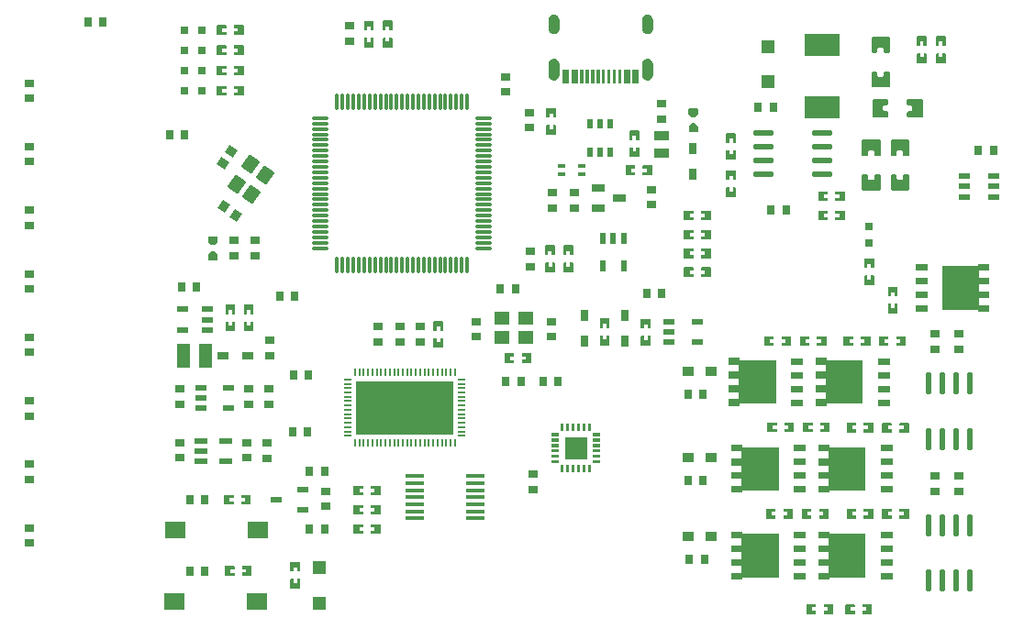
<source format=gtp>
G04 Layer: TopPasteMaskLayer*
G04 EasyEDA Pro v3.2.69, 2026-02-19 03:55:46*
G04 Gerber Generator version 0.3*
G04 Scale: 100 percent, Rotated: No, Reflected: No*
G04 Dimensions in millimeters*
G04 Leading zeros omitted, absolute positions, 4 integers and 5 decimals*
G04 Generated by one-click*
%FSLAX45Y45*%
%MOMM*%
%AMRect*21,1,$1,$2,0,0,$3*%
%AMRoundRect*1,1,$1,$2,$3*1,1,$1,$4,$5*1,1,$1,0-$2,0-$3*1,1,$1,0-$4,0-$5*20,1,$1,$2,$3,$4,$5,0*20,1,$1,$4,$5,0-$2,0-$3,0*20,1,$1,0-$2,0-$3,0-$4,0-$5,0*20,1,$1,0-$4,0-$5,$2,$3,0*4,1,4,$2,$3,$4,$5,0-$2,0-$3,0-$4,0-$5,$2,$3,0*%
%ADD10O,0.3X1.6*%
%ADD11O,1.6X0.3*%
%ADD12Rect,0.8X0.9X55.0*%
%ADD13Rect,0.8X0.9X145.0*%
%ADD14R,0.8X0.9*%
%ADD15R,0.9X0.8*%
%ADD16R,1.9X1.5*%
%ADD17R,0.8036X0.8001*%
%ADD18R,0.8001X0.8001*%
%ADD19R,1.25001X0.7*%
%ADD20R,0.7X0.205*%
%ADD21R,0.205X0.7*%
%ADD22R,9.00001X4.99999*%
%ADD23R,1.4X1.2*%
%ADD24R,1.07X0.6*%
%ADD25R,1.7X0.4*%
%ADD26O,0.58801X2.045*%
%ADD27O,1.95021X0.5684*%
%ADD28R,1.1X0.6*%
%ADD29R,1.2X1.2*%
%ADD30R,3.32001X2.15001*%
%ADD31R,1.04501X0.532*%
%ADD32R,1.2X2.2*%
%ADD33R,1.0X0.75001*%
%ADD34RoundRect,0.0885X-0.43835X0.39825X0.43835X0.39825*%
%ADD35R,0.6X1.1*%
%ADD36R,1.0X0.55001*%
%ADD37R,1.157X0.48999*%
%ADD38R,1.175X0.48999*%
%ADD39R,0.75001X1.0*%
%ADD40Rect,1.4X1.2X55.0*%
%ADD41RoundRect,0.08X-0.66X-0.36X-0.66X0.36*%
%ADD42RoundRect,0.055X-0.24751X-0.345X-0.24751X0.345*%
%ADD43R,0.8X0.4*%
G75*


G04 PolygonModel Start*
G36*
G01X219014Y856525D02*
G01X189014Y856525D01*
G01X189014Y986528D01*
G01X219014Y986528D01*
G01X219014Y856525D01*
G37*
G36*
G01X-270980Y986528D02*
G01X-240983Y986528D01*
G01X-240980Y986528D01*
G01X-210983Y986528D01*
G01X-210983Y856525D01*
G01X-240980Y856525D01*
G01X-240983Y856525D01*
G01X-270980Y856525D01*
G01X-270980Y986528D01*
G37*
G36*
G01X119014Y856525D02*
G01X89014Y856525D01*
G01X89014Y986528D01*
G01X119014Y986528D01*
G01X119014Y856525D01*
G37*
G36*
G01X429021Y856523D02*
G01X399023Y856523D01*
G01X399021Y856523D01*
G01X369023Y856523D01*
G01X369023Y986525D01*
G01X399021Y986525D01*
G01X399023Y986525D01*
G01X429021Y986525D01*
G01X429021Y856523D01*
G37*
G36*
G01X39027Y986525D02*
G01X69027Y986525D01*
G01X69027Y856523D01*
G01X39027Y856523D01*
G01X39027Y986525D01*
G37*
G36*
G01X139026Y986525D02*
G01X169026Y986525D01*
G01X169026Y856523D01*
G01X139026Y856523D01*
G01X139026Y986525D01*
G37*
G36*
G01X289013Y986525D02*
G01X319011Y986525D01*
G01X319013Y986525D01*
G01X349011Y986525D01*
G01X349011Y856523D01*
G01X319013Y856523D01*
G01X319011Y856523D01*
G01X289013Y856523D01*
G01X289013Y986525D01*
G37*
G36*
G01X-110986Y986528D02*
G01X-80986Y986528D01*
G01X-80986Y856525D01*
G01X-110986Y856525D01*
G01X-110986Y986528D01*
G37*
G36*
G01X19014Y856525D02*
G01X-10986Y856525D01*
G01X-10986Y986528D01*
G01X19014Y986528D01*
G01X19014Y856525D01*
G37*
G36*
G01X-60948Y986530D02*
G01X-30948Y986530D01*
G01X-30948Y856528D01*
G01X-60948Y856528D01*
G01X-60948Y986530D01*
G37*
G36*
G01X239026Y986530D02*
G01X269026Y986530D01*
G01X269026Y856528D01*
G01X239026Y856528D01*
G01X239026Y986530D01*
G37*
G36*
G01X-191001Y986553D02*
G01X-161003Y986553D01*
G01X-161001Y986553D01*
G01X-131004Y986553D01*
G01X-131004Y856551D01*
G01X-161001Y856551D01*
G01X-161003Y856551D01*
G01X-191001Y856551D01*
G01X-191001Y986553D01*
G37*
G36*
G01X507286Y886670D02*
G01X504804Y886919D01*
G01X502340Y887290D01*
G01X499897Y887785D01*
G01X497481Y888400D01*
G01X495099Y889134D01*
G01X492754Y889987D01*
G01X490458Y890955D01*
G01X488210Y892037D01*
G01X486021Y893228D01*
G01X483895Y894529D01*
G01X481835Y895933D01*
G01X479849Y897440D01*
G01X477939Y899042D01*
G01X476110Y900737D01*
G01X474370Y902522D01*
G01X472719Y904392D01*
G01X471164Y906340D01*
G01X469709Y908364D01*
G01X468358Y910460D01*
G01X467111Y912619D01*
G01X465973Y914836D01*
G01X464949Y917109D01*
G01X464037Y919428D01*
G01X463245Y921793D01*
G01X462569Y924193D01*
G01X462013Y926622D01*
G01X461581Y929078D01*
G01X461271Y931552D01*
G01X461083Y934039D01*
G01X461022Y936530D01*
G01X461022Y1036530D01*
G01X461083Y1039022D01*
G01X461271Y1041508D01*
G01X461581Y1043982D01*
G01X462013Y1046439D01*
G01X462569Y1048867D01*
G01X463245Y1051267D01*
G01X464037Y1053632D01*
G01X464949Y1055951D01*
G01X465973Y1058224D01*
G01X467111Y1060442D01*
G01X468358Y1062601D01*
G01X469709Y1064696D01*
G01X471164Y1066720D01*
G01X472719Y1068669D01*
G01X474370Y1070538D01*
G01X476110Y1072324D01*
G01X477939Y1074018D01*
G01X479849Y1075621D01*
G01X481835Y1077127D01*
G01X483895Y1078531D01*
G01X486021Y1079832D01*
G01X488210Y1081023D01*
G01X490458Y1082105D01*
G01X492754Y1083073D01*
G01X495099Y1083926D01*
G01X497481Y1084661D01*
G01X499897Y1085275D01*
G01X502340Y1085770D01*
G01X504804Y1086141D01*
G01X507286Y1086390D01*
G01X509775Y1086515D01*
G01X512269Y1086515D01*
G01X514758Y1086390D01*
G01X517240Y1086141D01*
G01X519704Y1085770D01*
G01X522147Y1085275D01*
G01X524563Y1084661D01*
G01X526945Y1083926D01*
G01X529290Y1083073D01*
G01X531586Y1082105D01*
G01X533834Y1081023D01*
G01X536021Y1079832D01*
G01X538149Y1078531D01*
G01X540209Y1077127D01*
G01X542196Y1075621D01*
G01X544106Y1074018D01*
G01X545934Y1072324D01*
G01X547674Y1070538D01*
G01X549325Y1068669D01*
G01X550880Y1066720D01*
G01X552335Y1064696D01*
G01X553686Y1062601D01*
G01X554934Y1060442D01*
G01X556072Y1058224D01*
G01X557095Y1055951D01*
G01X558007Y1053632D01*
G01X558799Y1051267D01*
G01X559475Y1048867D01*
G01X560031Y1046439D01*
G01X560463Y1043982D01*
G01X560773Y1041508D01*
G01X560961Y1039022D01*
G01X561022Y1036530D01*
G01X561022Y936530D01*
G01X560961Y934039D01*
G01X560773Y931552D01*
G01X560463Y929078D01*
G01X560031Y926622D01*
G01X559475Y924193D01*
G01X558799Y921793D01*
G01X558007Y919428D01*
G01X557095Y917109D01*
G01X556072Y914836D01*
G01X554934Y912619D01*
G01X553686Y910460D01*
G01X552335Y908364D01*
G01X550880Y906340D01*
G01X549325Y904392D01*
G01X547674Y902522D01*
G01X545934Y900737D01*
G01X544106Y899042D01*
G01X542196Y897440D01*
G01X540209Y895933D01*
G01X538149Y894529D01*
G01X536021Y893228D01*
G01X533834Y892037D01*
G01X531586Y890955D01*
G01X529290Y889987D01*
G01X526945Y889134D01*
G01X524563Y888400D01*
G01X522147Y887785D01*
G01X519704Y887290D01*
G01X517240Y886919D01*
G01X514758Y886670D01*
G01X512269Y886546D01*
G01X509775Y886546D01*
G01X507286Y886670D01*
G37*
G36*
G01X-356721Y886670D02*
G01X-359202Y886919D01*
G01X-361666Y887290D01*
G01X-364110Y887785D01*
G01X-366525Y888400D01*
G01X-368908Y889134D01*
G01X-371252Y889987D01*
G01X-373548Y890955D01*
G01X-375796Y892037D01*
G01X-377986Y893228D01*
G01X-380112Y894529D01*
G01X-382171Y895933D01*
G01X-384158Y897440D01*
G01X-386068Y899042D01*
G01X-387897Y900737D01*
G01X-389637Y902522D01*
G01X-391288Y904392D01*
G01X-392842Y906340D01*
G01X-394297Y908364D01*
G01X-395649Y910460D01*
G01X-396896Y912619D01*
G01X-398034Y914836D01*
G01X-399057Y917109D01*
G01X-399969Y919428D01*
G01X-400762Y921793D01*
G01X-401437Y924193D01*
G01X-401994Y926622D01*
G01X-402425Y929078D01*
G01X-402735Y931552D01*
G01X-402923Y934039D01*
G01X-402984Y936530D01*
G01X-402984Y1036530D01*
G01X-402923Y1039022D01*
G01X-402735Y1041508D01*
G01X-402425Y1043982D01*
G01X-401994Y1046439D01*
G01X-401437Y1048867D01*
G01X-400762Y1051267D01*
G01X-399969Y1053632D01*
G01X-399057Y1055951D01*
G01X-398034Y1058224D01*
G01X-396896Y1060442D01*
G01X-395649Y1062601D01*
G01X-394297Y1064696D01*
G01X-392842Y1066720D01*
G01X-391288Y1068669D01*
G01X-389637Y1070538D01*
G01X-387897Y1072324D01*
G01X-386068Y1074018D01*
G01X-384158Y1075621D01*
G01X-382171Y1077127D01*
G01X-380112Y1078531D01*
G01X-377986Y1079832D01*
G01X-375796Y1081023D01*
G01X-373548Y1082105D01*
G01X-371252Y1083073D01*
G01X-368908Y1083926D01*
G01X-366525Y1084661D01*
G01X-364110Y1085275D01*
G01X-361666Y1085770D01*
G01X-359202Y1086141D01*
G01X-356721Y1086390D01*
G01X-354231Y1086515D01*
G01X-351737Y1086515D01*
G01X-349248Y1086390D01*
G01X-346766Y1086141D01*
G01X-344303Y1085770D01*
G01X-341859Y1085275D01*
G01X-339444Y1084661D01*
G01X-337061Y1083926D01*
G01X-334717Y1083073D01*
G01X-332420Y1082105D01*
G01X-330173Y1081023D01*
G01X-327986Y1079832D01*
G01X-325857Y1078531D01*
G01X-323797Y1077127D01*
G01X-321811Y1075621D01*
G01X-319901Y1074018D01*
G01X-318072Y1072324D01*
G01X-316332Y1070538D01*
G01X-314681Y1068669D01*
G01X-313127Y1066720D01*
G01X-311671Y1064696D01*
G01X-310320Y1062601D01*
G01X-309073Y1060442D01*
G01X-307935Y1058224D01*
G01X-306911Y1055951D01*
G01X-305999Y1053632D01*
G01X-305207Y1051267D01*
G01X-304531Y1048867D01*
G01X-303975Y1046439D01*
G01X-303543Y1043982D01*
G01X-303233Y1041508D01*
G01X-303045Y1039022D01*
G01X-302984Y1036530D01*
G01X-302984Y936530D01*
G01X-303045Y934039D01*
G01X-303233Y931552D01*
G01X-303543Y929078D01*
G01X-303975Y926622D01*
G01X-304531Y924193D01*
G01X-305207Y921793D01*
G01X-305999Y919428D01*
G01X-306911Y917109D01*
G01X-307935Y914836D01*
G01X-309073Y912619D01*
G01X-310320Y910460D01*
G01X-311671Y908364D01*
G01X-313127Y906340D01*
G01X-314681Y904392D01*
G01X-316332Y902522D01*
G01X-318072Y900737D01*
G01X-319901Y899042D01*
G01X-321811Y897440D01*
G01X-323797Y895933D01*
G01X-325857Y894529D01*
G01X-327986Y893228D01*
G01X-330173Y892037D01*
G01X-332420Y890955D01*
G01X-334717Y889987D01*
G01X-337061Y889134D01*
G01X-339444Y888400D01*
G01X-341859Y887785D01*
G01X-344303Y887290D01*
G01X-346766Y886919D01*
G01X-349248Y886670D01*
G01X-351737Y886546D01*
G01X-354231Y886546D01*
G01X-356721Y886670D01*
G37*
G36*
G01X507286Y1314678D02*
G01X504804Y1314927D01*
G01X502340Y1315298D01*
G01X499897Y1315793D01*
G01X497481Y1316408D01*
G01X495099Y1317142D01*
G01X492754Y1317995D01*
G01X490458Y1318963D01*
G01X488210Y1320045D01*
G01X486021Y1321236D01*
G01X483895Y1322537D01*
G01X481835Y1323941D01*
G01X479849Y1325447D01*
G01X477939Y1327050D01*
G01X476110Y1328744D01*
G01X474370Y1330530D01*
G01X472719Y1332399D01*
G01X471164Y1334348D01*
G01X469709Y1336372D01*
G01X468358Y1338467D01*
G01X467111Y1340626D01*
G01X465973Y1342844D01*
G01X464949Y1345117D01*
G01X464037Y1347436D01*
G01X463245Y1349801D01*
G01X462569Y1352201D01*
G01X462013Y1354629D01*
G01X461581Y1357086D01*
G01X461271Y1359560D01*
G01X461083Y1362046D01*
G01X461022Y1364538D01*
G01X461022Y1444538D01*
G01X461083Y1447030D01*
G01X461271Y1449516D01*
G01X461581Y1451990D01*
G01X462013Y1454446D01*
G01X462569Y1456875D01*
G01X463245Y1459275D01*
G01X464037Y1461640D01*
G01X464949Y1463959D01*
G01X465973Y1466232D01*
G01X467111Y1468449D01*
G01X468358Y1470608D01*
G01X469709Y1472704D01*
G01X471164Y1474728D01*
G01X472719Y1476676D01*
G01X474370Y1478546D01*
G01X476110Y1480332D01*
G01X477939Y1482026D01*
G01X479849Y1483628D01*
G01X481835Y1485135D01*
G01X483895Y1486539D01*
G01X486021Y1487840D01*
G01X488210Y1489031D01*
G01X490458Y1490113D01*
G01X492754Y1491081D01*
G01X495099Y1491934D01*
G01X497481Y1492668D01*
G01X499897Y1493283D01*
G01X502340Y1493778D01*
G01X504804Y1494149D01*
G01X507286Y1494398D01*
G01X509775Y1494523D01*
G01X512269Y1494523D01*
G01X514758Y1494398D01*
G01X517240Y1494149D01*
G01X519704Y1493778D01*
G01X522147Y1493283D01*
G01X524563Y1492668D01*
G01X526945Y1491934D01*
G01X529290Y1491081D01*
G01X531586Y1490113D01*
G01X533834Y1489031D01*
G01X536021Y1487840D01*
G01X538149Y1486539D01*
G01X540209Y1485135D01*
G01X542196Y1483628D01*
G01X544106Y1482026D01*
G01X545934Y1480332D01*
G01X547674Y1478546D01*
G01X549325Y1476676D01*
G01X550880Y1474728D01*
G01X552335Y1472704D01*
G01X553686Y1470608D01*
G01X554934Y1468449D01*
G01X556072Y1466232D01*
G01X557095Y1463959D01*
G01X558007Y1461640D01*
G01X558799Y1459275D01*
G01X559475Y1456875D01*
G01X560031Y1454446D01*
G01X560463Y1451990D01*
G01X560773Y1449516D01*
G01X560961Y1447030D01*
G01X561022Y1444538D01*
G01X561022Y1364538D01*
G01X560961Y1362046D01*
G01X560773Y1359560D01*
G01X560463Y1357086D01*
G01X560031Y1354629D01*
G01X559475Y1352201D01*
G01X558799Y1349801D01*
G01X558007Y1347436D01*
G01X557095Y1345117D01*
G01X556072Y1342844D01*
G01X554934Y1340626D01*
G01X553686Y1338467D01*
G01X552335Y1336372D01*
G01X550880Y1334348D01*
G01X549325Y1332399D01*
G01X547674Y1330530D01*
G01X545934Y1328744D01*
G01X544106Y1327050D01*
G01X542196Y1325447D01*
G01X540209Y1323941D01*
G01X538149Y1322537D01*
G01X536021Y1321236D01*
G01X533834Y1320045D01*
G01X531586Y1318963D01*
G01X529290Y1317995D01*
G01X526945Y1317142D01*
G01X524563Y1316408D01*
G01X522147Y1315793D01*
G01X519704Y1315298D01*
G01X517240Y1314927D01*
G01X514758Y1314678D01*
G01X512269Y1314553D01*
G01X509775Y1314553D01*
G01X507286Y1314678D01*
G37*
G36*
G01X-356721Y1314678D02*
G01X-359202Y1314927D01*
G01X-361666Y1315298D01*
G01X-364110Y1315793D01*
G01X-366525Y1316408D01*
G01X-368908Y1317142D01*
G01X-371252Y1317995D01*
G01X-373548Y1318963D01*
G01X-375796Y1320045D01*
G01X-377986Y1321236D01*
G01X-380112Y1322537D01*
G01X-382171Y1323941D01*
G01X-384158Y1325447D01*
G01X-386068Y1327050D01*
G01X-387897Y1328744D01*
G01X-389637Y1330530D01*
G01X-391288Y1332399D01*
G01X-392842Y1334348D01*
G01X-394297Y1336372D01*
G01X-395649Y1338467D01*
G01X-396896Y1340626D01*
G01X-398034Y1342844D01*
G01X-399057Y1345117D01*
G01X-399969Y1347436D01*
G01X-400762Y1349801D01*
G01X-401437Y1352201D01*
G01X-401994Y1354629D01*
G01X-402425Y1357086D01*
G01X-402735Y1359560D01*
G01X-402923Y1362046D01*
G01X-402984Y1364538D01*
G01X-402984Y1444538D01*
G01X-402923Y1447030D01*
G01X-402735Y1449516D01*
G01X-402425Y1451990D01*
G01X-401994Y1454446D01*
G01X-401437Y1456875D01*
G01X-400762Y1459275D01*
G01X-399969Y1461640D01*
G01X-399057Y1463959D01*
G01X-398034Y1466232D01*
G01X-396896Y1468449D01*
G01X-395649Y1470608D01*
G01X-394297Y1472704D01*
G01X-392842Y1474728D01*
G01X-391288Y1476676D01*
G01X-389637Y1478546D01*
G01X-387897Y1480332D01*
G01X-386068Y1482026D01*
G01X-384158Y1483628D01*
G01X-382171Y1485135D01*
G01X-380112Y1486539D01*
G01X-377986Y1487840D01*
G01X-375796Y1489031D01*
G01X-373548Y1490113D01*
G01X-371252Y1491081D01*
G01X-368908Y1491934D01*
G01X-366525Y1492668D01*
G01X-364110Y1493283D01*
G01X-361666Y1493778D01*
G01X-359202Y1494149D01*
G01X-356721Y1494398D01*
G01X-354231Y1494523D01*
G01X-351737Y1494523D01*
G01X-349248Y1494398D01*
G01X-346766Y1494149D01*
G01X-344303Y1493778D01*
G01X-341859Y1493283D01*
G01X-339444Y1492668D01*
G01X-337061Y1491934D01*
G01X-334717Y1491081D01*
G01X-332420Y1490113D01*
G01X-330173Y1489031D01*
G01X-327986Y1487840D01*
G01X-325857Y1486539D01*
G01X-323797Y1485135D01*
G01X-321811Y1483628D01*
G01X-319901Y1482026D01*
G01X-318072Y1480332D01*
G01X-316332Y1478546D01*
G01X-314681Y1476676D01*
G01X-313127Y1474728D01*
G01X-311671Y1472704D01*
G01X-310320Y1470608D01*
G01X-309073Y1468449D01*
G01X-307935Y1466232D01*
G01X-306911Y1463959D01*
G01X-305999Y1461640D01*
G01X-305207Y1459275D01*
G01X-304531Y1456875D01*
G01X-303975Y1454446D01*
G01X-303543Y1451990D01*
G01X-303233Y1449516D01*
G01X-303045Y1447030D01*
G01X-302984Y1444538D01*
G01X-302984Y1364538D01*
G01X-303045Y1362046D01*
G01X-303233Y1359560D01*
G01X-303543Y1357086D01*
G01X-303975Y1354629D01*
G01X-304531Y1352201D01*
G01X-305207Y1349801D01*
G01X-305999Y1347436D01*
G01X-306911Y1345117D01*
G01X-307935Y1342844D01*
G01X-309073Y1340626D01*
G01X-310320Y1338467D01*
G01X-311671Y1336372D01*
G01X-313127Y1334348D01*
G01X-314681Y1332399D01*
G01X-316332Y1330530D01*
G01X-318072Y1328744D01*
G01X-319901Y1327050D01*
G01X-321811Y1325447D01*
G01X-323797Y1323941D01*
G01X-325857Y1322537D01*
G01X-327986Y1321236D01*
G01X-330173Y1320045D01*
G01X-332420Y1318963D01*
G01X-334717Y1317995D01*
G01X-337061Y1317142D01*
G01X-339444Y1316408D01*
G01X-341859Y1315793D01*
G01X-344303Y1315298D01*
G01X-346766Y1314927D01*
G01X-349248Y1314678D01*
G01X-351737Y1314553D01*
G01X-354231Y1314553D01*
G01X-356721Y1314678D01*
G37*
G36*
G01X2329224Y-136321D02*
G01X2334222Y-141323D01*
G01X2334222Y-221322D01*
G01X2329224Y-226321D01*
G01X2249224Y-226321D01*
G01X2244223Y-221322D01*
G01X2244223Y-197119D01*
G01X2281223Y-197119D01*
G01X2281223Y-164119D01*
G01X2244223Y-164119D01*
G01X2244223Y-141323D01*
G01X2249224Y-136321D01*
G01X2329224Y-136321D01*
G37*
G36*
G01X2090220Y-226319D02*
G01X2085221Y-221317D01*
G01X2085221Y-141317D01*
G01X2090220Y-136319D01*
G01X2170220Y-136319D01*
G01X2175221Y-141317D01*
G01X2175221Y-165521D01*
G01X2138221Y-165521D01*
G01X2138221Y-198521D01*
G01X2175221Y-198521D01*
G01X2175221Y-221317D01*
G01X2170220Y-226319D01*
G01X2090220Y-226319D01*
G37*
G36*
G01X434455Y182874D02*
G01X429454Y177876D01*
G01X349454Y177876D01*
G01X344455Y182874D01*
G01X344455Y262874D01*
G01X349454Y267876D01*
G01X373657Y267876D01*
G01X373657Y230875D01*
G01X406657Y230875D01*
G01X406657Y267876D01*
G01X429454Y267876D01*
G01X434455Y262874D01*
G01X434455Y182874D01*
G37*
G36*
G01X344458Y421878D02*
G01X349459Y426877D01*
G01X429459Y426877D01*
G01X434457Y421878D01*
G01X434457Y341878D01*
G01X429459Y336877D01*
G01X405255Y336877D01*
G01X405255Y373877D01*
G01X372255Y373877D01*
G01X372255Y336877D01*
G01X349459Y336877D01*
G01X344458Y341878D01*
G01X344458Y421878D01*
G37*
G36*
G01X-3394404Y-3030972D02*
G01X-3399402Y-3025971D01*
G01X-3399402Y-2945971D01*
G01X-3394404Y-2940972D01*
G01X-3314404Y-2940972D01*
G01X-3309403Y-2945971D01*
G01X-3309403Y-2970175D01*
G01X-3346403Y-2970175D01*
G01X-3346403Y-3003174D01*
G01X-3309403Y-3003174D01*
G01X-3309403Y-3025971D01*
G01X-3314404Y-3030972D01*
G01X-3394404Y-3030972D01*
G37*
G36*
G01X-3155400Y-2940975D02*
G01X-3150401Y-2945976D01*
G01X-3150401Y-3025976D01*
G01X-3155400Y-3030975D01*
G01X-3235400Y-3030975D01*
G01X-3240401Y-3025976D01*
G01X-3240401Y-3001772D01*
G01X-3203401Y-3001772D01*
G01X-3203401Y-2968773D01*
G01X-3240401Y-2968773D01*
G01X-3240401Y-2945976D01*
G01X-3235400Y-2940975D01*
G01X-3155400Y-2940975D01*
G37*
G36*
G01X-3386137Y-3686381D02*
G01X-3391136Y-3681379D01*
G01X-3391136Y-3601380D01*
G01X-3386137Y-3596381D01*
G01X-3306137Y-3596381D01*
G01X-3301136Y-3601380D01*
G01X-3301136Y-3625583D01*
G01X-3338136Y-3625583D01*
G01X-3338136Y-3658583D01*
G01X-3301136Y-3658583D01*
G01X-3301136Y-3681379D01*
G01X-3306137Y-3686381D01*
G01X-3386137Y-3686381D01*
G37*
G36*
G01X-3147133Y-3596383D02*
G01X-3142135Y-3601385D01*
G01X-3142135Y-3681385D01*
G01X-3147133Y-3686383D01*
G01X-3227133Y-3686383D01*
G01X-3232135Y-3681385D01*
G01X-3232135Y-3657181D01*
G01X-3195134Y-3657181D01*
G01X-3195134Y-3624181D01*
G01X-3232135Y-3624181D01*
G01X-3232135Y-3601385D01*
G01X-3227133Y-3596383D01*
G01X-3147133Y-3596383D01*
G37*
G36*
G01X-3460348Y746198D02*
G01X-3465347Y751199D01*
G01X-3465347Y831199D01*
G01X-3460348Y836197D01*
G01X-3380348Y836197D01*
G01X-3375347Y831199D01*
G01X-3375347Y806995D01*
G01X-3412347Y806995D01*
G01X-3412347Y773995D01*
G01X-3375347Y773995D01*
G01X-3375347Y751199D01*
G01X-3380348Y746198D01*
G01X-3460348Y746198D01*
G37*
G36*
G01X-3221344Y836195D02*
G01X-3216345Y831194D01*
G01X-3216345Y751194D01*
G01X-3221344Y746195D01*
G01X-3301344Y746195D01*
G01X-3306345Y751194D01*
G01X-3306345Y775397D01*
G01X-3269345Y775397D01*
G01X-3269345Y808397D01*
G01X-3306345Y808397D01*
G01X-3306345Y831194D01*
G01X-3301344Y836195D01*
G01X-3221344Y836195D01*
G37*
G36*
G01X-3221344Y1210975D02*
G01X-3216345Y1205974D01*
G01X-3216345Y1125974D01*
G01X-3221344Y1120975D01*
G01X-3301344Y1120975D01*
G01X-3306345Y1125974D01*
G01X-3306345Y1150178D01*
G01X-3269345Y1150178D01*
G01X-3269345Y1183177D01*
G01X-3306345Y1183177D01*
G01X-3306345Y1205974D01*
G01X-3301344Y1210975D01*
G01X-3221344Y1210975D01*
G37*
G36*
G01X-3460348Y1120978D02*
G01X-3465347Y1125979D01*
G01X-3465347Y1205979D01*
G01X-3460348Y1210978D01*
G01X-3380348Y1210978D01*
G01X-3375347Y1205979D01*
G01X-3375347Y1181775D01*
G01X-3412347Y1181775D01*
G01X-3412347Y1148776D01*
G01X-3375347Y1148776D01*
G01X-3375347Y1125979D01*
G01X-3380348Y1120978D01*
G01X-3460348Y1120978D01*
G37*
G36*
G01X-3221344Y1023585D02*
G01X-3216345Y1018584D01*
G01X-3216345Y938584D01*
G01X-3221344Y933585D01*
G01X-3301344Y933585D01*
G01X-3306345Y938584D01*
G01X-3306345Y962788D01*
G01X-3269345Y962788D01*
G01X-3269345Y995787D01*
G01X-3306345Y995787D01*
G01X-3306345Y1018584D01*
G01X-3301344Y1023585D01*
G01X-3221344Y1023585D01*
G37*
G36*
G01X-3460348Y933588D02*
G01X-3465347Y938589D01*
G01X-3465347Y1018589D01*
G01X-3460348Y1023588D01*
G01X-3380348Y1023588D01*
G01X-3375347Y1018589D01*
G01X-3375347Y994385D01*
G01X-3412347Y994385D01*
G01X-3412347Y961386D01*
G01X-3375347Y961386D01*
G01X-3375347Y938589D01*
G01X-3380348Y933588D01*
G01X-3460348Y933588D01*
G37*
G36*
G01X-3221344Y1398366D02*
G01X-3216345Y1393364D01*
G01X-3216345Y1313364D01*
G01X-3221344Y1308366D01*
G01X-3301344Y1308366D01*
G01X-3306345Y1313364D01*
G01X-3306345Y1337568D01*
G01X-3269345Y1337568D01*
G01X-3269345Y1370568D01*
G01X-3306345Y1370568D01*
G01X-3306345Y1393364D01*
G01X-3301344Y1398366D01*
G01X-3221344Y1398366D01*
G37*
G36*
G01X-3460348Y1308368D02*
G01X-3465347Y1313369D01*
G01X-3465347Y1393369D01*
G01X-3460348Y1398368D01*
G01X-3380348Y1398368D01*
G01X-3375347Y1393369D01*
G01X-3375347Y1369166D01*
G01X-3412347Y1369166D01*
G01X-3412347Y1336166D01*
G01X-3375347Y1336166D01*
G01X-3375347Y1313369D01*
G01X-3380348Y1308368D01*
G01X-3460348Y1308368D01*
G37*
G36*
G01X-1843558Y1196336D02*
G01X-1848559Y1191338D01*
G01X-1928559Y1191338D01*
G01X-1933558Y1196336D01*
G01X-1933558Y1276336D01*
G01X-1928559Y1281338D01*
G01X-1904355Y1281338D01*
G01X-1904355Y1244337D01*
G01X-1871356Y1244337D01*
G01X-1871356Y1281338D01*
G01X-1848559Y1281338D01*
G01X-1843558Y1276336D01*
G01X-1843558Y1196336D01*
G37*
G36*
G01X-1933555Y1435340D02*
G01X-1928554Y1440339D01*
G01X-1848554Y1440339D01*
G01X-1843555Y1435340D01*
G01X-1843555Y1355340D01*
G01X-1848554Y1350339D01*
G01X-1872758Y1350339D01*
G01X-1872758Y1387339D01*
G01X-1905757Y1387339D01*
G01X-1905757Y1350339D01*
G01X-1928554Y1350339D01*
G01X-1933555Y1355340D01*
G01X-1933555Y1435340D01*
G37*
G36*
G01X-565602Y-1632016D02*
G01X-560603Y-1637017D01*
G01X-560603Y-1717017D01*
G01X-565602Y-1722015D01*
G01X-645601Y-1722015D01*
G01X-650603Y-1717017D01*
G01X-650603Y-1692813D01*
G01X-613603Y-1692813D01*
G01X-613603Y-1659813D01*
G01X-650603Y-1659813D01*
G01X-650603Y-1637017D01*
G01X-645601Y-1632016D01*
G01X-565602Y-1632016D01*
G37*
G36*
G01X-804605Y-1722013D02*
G01X-809604Y-1717012D01*
G01X-809604Y-1637012D01*
G01X-804605Y-1632013D01*
G01X-724606Y-1632013D01*
G01X-719604Y-1637012D01*
G01X-719604Y-1661215D01*
G01X-756605Y-1661215D01*
G01X-756605Y-1694215D01*
G01X-719604Y-1694215D01*
G01X-719604Y-1717012D01*
G01X-724606Y-1722013D01*
G01X-804605Y-1722013D01*
G37*
G36*
G01X-2784801Y-3561880D02*
G01X-2779800Y-3556881D01*
G01X-2699800Y-3556881D01*
G01X-2694802Y-3561880D01*
G01X-2694802Y-3641880D01*
G01X-2699800Y-3646881D01*
G01X-2724004Y-3646881D01*
G01X-2724004Y-3609881D01*
G01X-2757004Y-3609881D01*
G01X-2757004Y-3646881D01*
G01X-2779800Y-3646881D01*
G01X-2784801Y-3641880D01*
G01X-2784801Y-3561880D01*
G37*
G36*
G01X-2694804Y-3800884D02*
G01X-2699805Y-3805883D01*
G01X-2779805Y-3805883D01*
G01X-2784804Y-3800884D01*
G01X-2784804Y-3720884D01*
G01X-2779805Y-3715883D01*
G01X-2755602Y-3715883D01*
G01X-2755602Y-3752883D01*
G01X-2722602Y-3752883D01*
G01X-2722602Y-3715883D01*
G01X-2699805Y-3715883D01*
G01X-2694804Y-3720884D01*
G01X-2694804Y-3800884D01*
G37*
G36*
G01X2090220Y-404627D02*
G01X2085221Y-399625D01*
G01X2085221Y-319625D01*
G01X2090220Y-314627D01*
G01X2170220Y-314627D01*
G01X2175221Y-319625D01*
G01X2175221Y-343829D01*
G01X2138221Y-343829D01*
G01X2138221Y-376829D01*
G01X2175221Y-376829D01*
G01X2175221Y-399625D01*
G01X2170220Y-404627D01*
G01X2090220Y-404627D01*
G37*
G36*
G01X2329224Y-314629D02*
G01X2334222Y-319631D01*
G01X2334222Y-399630D01*
G01X2329224Y-404629D01*
G01X2249224Y-404629D01*
G01X2244223Y-399630D01*
G01X2244223Y-375427D01*
G01X2281223Y-375427D01*
G01X2281223Y-342427D01*
G01X2244223Y-342427D01*
G01X2244223Y-319631D01*
G01X2249224Y-314629D01*
G01X2329224Y-314629D01*
G37*
G36*
G01X1940759Y-1676753D02*
G01X1940759Y-1736752D01*
G01X1830759Y-1736752D01*
G01X1830759Y-1676753D01*
G01X1940759Y-1676753D01*
G37*
G36*
G01X1940759Y-1803753D02*
G01X1940759Y-1863752D01*
G01X1830759Y-1863752D01*
G01X1830759Y-1803753D01*
G01X1940759Y-1803753D01*
G37*
G36*
G01X1940777Y-1930753D02*
G01X1940777Y-1990752D01*
G01X1830777Y-1990752D01*
G01X1830777Y-1930753D01*
G01X1940777Y-1930753D01*
G37*
G36*
G01X1940759Y-2057753D02*
G01X1940759Y-2117752D01*
G01X1830759Y-2117752D01*
G01X1830759Y-2057753D01*
G01X1940759Y-2057753D01*
G37*
G36*
G01X1260461Y-2118253D02*
G01X1260461Y-2057252D01*
G01X1354461Y-2057252D01*
G01X1354461Y-1991253D01*
G01X1260461Y-1991253D01*
G01X1260461Y-1930252D01*
G01X1354461Y-1930252D01*
G01X1354461Y-1865254D01*
G01X1260461Y-1865254D01*
G01X1260461Y-1803252D01*
G01X1354461Y-1803252D01*
G01X1354461Y-1737253D01*
G01X1260461Y-1737253D01*
G01X1260461Y-1676252D01*
G01X1361461Y-1676252D01*
G01X1361461Y-1697253D01*
G01X1694458Y-1697253D01*
G01X1694458Y-2097252D01*
G01X1361461Y-2097252D01*
G01X1361461Y-2118253D01*
G01X1260461Y-2118253D01*
G37*
G36*
G01X2744145Y-1676753D02*
G01X2744145Y-1736752D01*
G01X2634146Y-1736752D01*
G01X2634146Y-1676753D01*
G01X2744145Y-1676753D01*
G37*
G36*
G01X2744145Y-1803753D02*
G01X2744145Y-1863752D01*
G01X2634146Y-1863752D01*
G01X2634146Y-1803753D01*
G01X2744145Y-1803753D01*
G37*
G36*
G01X2744163Y-1930753D02*
G01X2744163Y-1990752D01*
G01X2634163Y-1990752D01*
G01X2634163Y-1930753D01*
G01X2744163Y-1930753D01*
G37*
G36*
G01X2744145Y-2057753D02*
G01X2744145Y-2117752D01*
G01X2634146Y-2117752D01*
G01X2634146Y-2057753D01*
G01X2744145Y-2057753D01*
G37*
G36*
G01X2063847Y-2118253D02*
G01X2063847Y-2057252D01*
G01X2157847Y-2057252D01*
G01X2157847Y-1991253D01*
G01X2063847Y-1991253D01*
G01X2063847Y-1930252D01*
G01X2157847Y-1930252D01*
G01X2157847Y-1865254D01*
G01X2063847Y-1865254D01*
G01X2063847Y-1803252D01*
G01X2157847Y-1803252D01*
G01X2157847Y-1737253D01*
G01X2063847Y-1737253D01*
G01X2063847Y-1676252D01*
G01X2164848Y-1676252D01*
G01X2164848Y-1697253D01*
G01X2497844Y-1697253D01*
G01X2497844Y-2097252D01*
G01X2164848Y-2097252D01*
G01X2164848Y-2118253D01*
G01X2063847Y-2118253D01*
G37*
G36*
G01X2562532Y-1473885D02*
G01X2567531Y-1478887D01*
G01X2567531Y-1558886D01*
G01X2562532Y-1563885D01*
G01X2482533Y-1563885D01*
G01X2477531Y-1558886D01*
G01X2477531Y-1534683D01*
G01X2514531Y-1534683D01*
G01X2514531Y-1501683D01*
G01X2477531Y-1501683D01*
G01X2477531Y-1478887D01*
G01X2482533Y-1473885D01*
G01X2562532Y-1473885D01*
G37*
G36*
G01X2323529Y-1563883D02*
G01X2318530Y-1558881D01*
G01X2318530Y-1478881D01*
G01X2323529Y-1473883D01*
G01X2403528Y-1473883D01*
G01X2408530Y-1478881D01*
G01X2408530Y-1503085D01*
G01X2371529Y-1503085D01*
G01X2371529Y-1536085D01*
G01X2408530Y-1536085D01*
G01X2408530Y-1558881D01*
G01X2403528Y-1563883D01*
G01X2323529Y-1563883D01*
G37*
G36*
G01X1966159Y-2479497D02*
G01X1966159Y-2539497D01*
G01X1856159Y-2539497D01*
G01X1856159Y-2479497D01*
G01X1966159Y-2479497D01*
G37*
G36*
G01X1966159Y-2606497D02*
G01X1966159Y-2666497D01*
G01X1856159Y-2666497D01*
G01X1856159Y-2606497D01*
G01X1966159Y-2606497D01*
G37*
G36*
G01X1966177Y-2733497D02*
G01X1966177Y-2793497D01*
G01X1856177Y-2793497D01*
G01X1856177Y-2733497D01*
G01X1966177Y-2733497D01*
G37*
G36*
G01X1966159Y-2860497D02*
G01X1966159Y-2920497D01*
G01X1856159Y-2920497D01*
G01X1856159Y-2860497D01*
G01X1966159Y-2860497D01*
G37*
G36*
G01X1285861Y-2920997D02*
G01X1285861Y-2859996D01*
G01X1379861Y-2859996D01*
G01X1379861Y-2793997D01*
G01X1285861Y-2793997D01*
G01X1285861Y-2732996D01*
G01X1379861Y-2732996D01*
G01X1379861Y-2667998D01*
G01X1285861Y-2667998D01*
G01X1285861Y-2605996D01*
G01X1379861Y-2605996D01*
G01X1379861Y-2539997D01*
G01X1285861Y-2539997D01*
G01X1285861Y-2478996D01*
G01X1386861Y-2478996D01*
G01X1386861Y-2499997D01*
G01X1719858Y-2499997D01*
G01X1719858Y-2899996D01*
G01X1386861Y-2899996D01*
G01X1386861Y-2920997D01*
G01X1285861Y-2920997D01*
G37*
G36*
G01X2769545Y-2479497D02*
G01X2769545Y-2539497D01*
G01X2659546Y-2539497D01*
G01X2659546Y-2479497D01*
G01X2769545Y-2479497D01*
G37*
G36*
G01X2769545Y-2606497D02*
G01X2769545Y-2666497D01*
G01X2659546Y-2666497D01*
G01X2659546Y-2606497D01*
G01X2769545Y-2606497D01*
G37*
G36*
G01X2769563Y-2733497D02*
G01X2769563Y-2793497D01*
G01X2659563Y-2793497D01*
G01X2659563Y-2733497D01*
G01X2769563Y-2733497D01*
G37*
G36*
G01X2769545Y-2860497D02*
G01X2769545Y-2920497D01*
G01X2659546Y-2920497D01*
G01X2659546Y-2860497D01*
G01X2769545Y-2860497D01*
G37*
G36*
G01X2089247Y-2920997D02*
G01X2089247Y-2859996D01*
G01X2183247Y-2859996D01*
G01X2183247Y-2793997D01*
G01X2089247Y-2793997D01*
G01X2089247Y-2732996D01*
G01X2183247Y-2732996D01*
G01X2183247Y-2667998D01*
G01X2089247Y-2667998D01*
G01X2089247Y-2605996D01*
G01X2183247Y-2605996D01*
G01X2183247Y-2539997D01*
G01X2089247Y-2539997D01*
G01X2089247Y-2478996D01*
G01X2190248Y-2478996D01*
G01X2190248Y-2499997D01*
G01X2523244Y-2499997D01*
G01X2523244Y-2899996D01*
G01X2190248Y-2899996D01*
G01X2190248Y-2920997D01*
G01X2089247Y-2920997D01*
G37*
G36*
G01X2591389Y-2272604D02*
G01X2596387Y-2277605D01*
G01X2596387Y-2357605D01*
G01X2591389Y-2362604D01*
G01X2511389Y-2362604D01*
G01X2506387Y-2357605D01*
G01X2506387Y-2333401D01*
G01X2543388Y-2333401D01*
G01X2543388Y-2300402D01*
G01X2506387Y-2300402D01*
G01X2506387Y-2277605D01*
G01X2511389Y-2272604D01*
G01X2591389Y-2272604D01*
G37*
G36*
G01X2352385Y-2362601D02*
G01X2347386Y-2357600D01*
G01X2347386Y-2277600D01*
G01X2352385Y-2272601D01*
G01X2432385Y-2272601D01*
G01X2437386Y-2277600D01*
G01X2437386Y-2301804D01*
G01X2400386Y-2301804D01*
G01X2400386Y-2334803D01*
G01X2437386Y-2334803D01*
G01X2437386Y-2357600D01*
G01X2432385Y-2362601D01*
G01X2352385Y-2362601D01*
G37*
G36*
G01X1966159Y-3280876D02*
G01X1966159Y-3340876D01*
G01X1856159Y-3340876D01*
G01X1856159Y-3280876D01*
G01X1966159Y-3280876D01*
G37*
G36*
G01X1966159Y-3407876D02*
G01X1966159Y-3467876D01*
G01X1856159Y-3467876D01*
G01X1856159Y-3407876D01*
G01X1966159Y-3407876D01*
G37*
G36*
G01X1966177Y-3534876D02*
G01X1966177Y-3594876D01*
G01X1856177Y-3594876D01*
G01X1856177Y-3534876D01*
G01X1966177Y-3534876D01*
G37*
G36*
G01X1966159Y-3661876D02*
G01X1966159Y-3721876D01*
G01X1856159Y-3721876D01*
G01X1856159Y-3661876D01*
G01X1966159Y-3661876D01*
G37*
G36*
G01X1285861Y-3722376D02*
G01X1285861Y-3661375D01*
G01X1379861Y-3661375D01*
G01X1379861Y-3595376D01*
G01X1285861Y-3595376D01*
G01X1285861Y-3534375D01*
G01X1379861Y-3534375D01*
G01X1379861Y-3469377D01*
G01X1285861Y-3469377D01*
G01X1285861Y-3407375D01*
G01X1379861Y-3407375D01*
G01X1379861Y-3341376D01*
G01X1285861Y-3341376D01*
G01X1285861Y-3280375D01*
G01X1386861Y-3280375D01*
G01X1386861Y-3301376D01*
G01X1719858Y-3301376D01*
G01X1719858Y-3701375D01*
G01X1386861Y-3701375D01*
G01X1386861Y-3722376D01*
G01X1285861Y-3722376D01*
G37*
G36*
G01X2769545Y-3280876D02*
G01X2769545Y-3340876D01*
G01X2659546Y-3340876D01*
G01X2659546Y-3280876D01*
G01X2769545Y-3280876D01*
G37*
G36*
G01X2769545Y-3407876D02*
G01X2769545Y-3467876D01*
G01X2659546Y-3467876D01*
G01X2659546Y-3407876D01*
G01X2769545Y-3407876D01*
G37*
G36*
G01X2769563Y-3534876D02*
G01X2769563Y-3594876D01*
G01X2659563Y-3594876D01*
G01X2659563Y-3534876D01*
G01X2769563Y-3534876D01*
G37*
G36*
G01X2769545Y-3661876D02*
G01X2769545Y-3721876D01*
G01X2659546Y-3721876D01*
G01X2659546Y-3661876D01*
G01X2769545Y-3661876D01*
G37*
G36*
G01X2089247Y-3722376D02*
G01X2089247Y-3661375D01*
G01X2183247Y-3661375D01*
G01X2183247Y-3595376D01*
G01X2089247Y-3595376D01*
G01X2089247Y-3534375D01*
G01X2183247Y-3534375D01*
G01X2183247Y-3469377D01*
G01X2089247Y-3469377D01*
G01X2089247Y-3407375D01*
G01X2183247Y-3407375D01*
G01X2183247Y-3341376D01*
G01X2089247Y-3341376D01*
G01X2089247Y-3280375D01*
G01X2190248Y-3280375D01*
G01X2190248Y-3301376D01*
G01X2523244Y-3301376D01*
G01X2523244Y-3701375D01*
G01X2190248Y-3701375D01*
G01X2190248Y-3722376D01*
G01X2089247Y-3722376D01*
G37*
G36*
G01X2591389Y-3068406D02*
G01X2596387Y-3073407D01*
G01X2596387Y-3153407D01*
G01X2591389Y-3158405D01*
G01X2511389Y-3158405D01*
G01X2506387Y-3153407D01*
G01X2506387Y-3129203D01*
G01X2543388Y-3129203D01*
G01X2543388Y-3096203D01*
G01X2506387Y-3096203D01*
G01X2506387Y-3073407D01*
G01X2511389Y-3068406D01*
G01X2591389Y-3068406D01*
G37*
G36*
G01X2352385Y-3158403D02*
G01X2347386Y-3153402D01*
G01X2347386Y-3073402D01*
G01X2352385Y-3068403D01*
G01X2432385Y-3068403D01*
G01X2437386Y-3073402D01*
G01X2437386Y-3097605D01*
G01X2400386Y-3097605D01*
G01X2400386Y-3130605D01*
G01X2437386Y-3130605D01*
G01X2437386Y-3153402D01*
G01X2432385Y-3158403D01*
G01X2352385Y-3158403D01*
G37*
G36*
G01X539393Y-1556862D02*
G01X534392Y-1561860D01*
G01X454392Y-1561860D01*
G01X449393Y-1556862D01*
G01X449393Y-1476862D01*
G01X454392Y-1471861D01*
G01X478595Y-1471861D01*
G01X478595Y-1508861D01*
G01X511595Y-1508861D01*
G01X511595Y-1471861D01*
G01X534392Y-1471861D01*
G01X539393Y-1476862D01*
G01X539393Y-1556862D01*
G37*
G36*
G01X449396Y-1317858D02*
G01X454397Y-1312859D01*
G01X534397Y-1312859D01*
G01X539395Y-1317858D01*
G01X539395Y-1397858D01*
G01X534397Y-1402859D01*
G01X510193Y-1402859D01*
G01X510193Y-1365859D01*
G01X477193Y-1365859D01*
G01X477193Y-1402859D01*
G01X454397Y-1402859D01*
G01X449396Y-1397858D01*
G01X449396Y-1317858D01*
G37*
G36*
G01X2983899Y-1249478D02*
G01X2983899Y-1189478D01*
G01X3093898Y-1189478D01*
G01X3093898Y-1249478D01*
G01X2983899Y-1249478D01*
G37*
G36*
G01X2983899Y-1122478D02*
G01X2983899Y-1062478D01*
G01X3093898Y-1062478D01*
G01X3093898Y-1122478D01*
G01X2983899Y-1122478D01*
G37*
G36*
G01X2983881Y-995478D02*
G01X2983881Y-935478D01*
G01X3093881Y-935478D01*
G01X3093881Y-995478D01*
G01X2983881Y-995478D01*
G37*
G36*
G01X2983899Y-868478D02*
G01X2983899Y-808478D01*
G01X3093898Y-808478D01*
G01X3093898Y-868478D01*
G01X2983899Y-868478D01*
G37*
G36*
G01X3664197Y-807978D02*
G01X3664197Y-868978D01*
G01X3570197Y-868978D01*
G01X3570197Y-934978D01*
G01X3664197Y-934978D01*
G01X3664197Y-995978D01*
G01X3570197Y-995978D01*
G01X3570197Y-1060977D01*
G01X3664197Y-1060977D01*
G01X3664197Y-1122978D01*
G01X3570197Y-1122978D01*
G01X3570197Y-1188978D01*
G01X3664197Y-1188978D01*
G01X3664197Y-1249978D01*
G01X3563196Y-1249978D01*
G01X3563196Y-1228977D01*
G01X3230200Y-1228977D01*
G01X3230200Y-828978D01*
G01X3563196Y-828978D01*
G01X3563196Y-807978D01*
G01X3664197Y-807978D01*
G37*
G36*
G01X2729189Y-1021683D02*
G01X2734190Y-1016684D01*
G01X2814190Y-1016684D01*
G01X2819188Y-1021683D01*
G01X2819188Y-1101683D01*
G01X2814190Y-1106684D01*
G01X2789986Y-1106684D01*
G01X2789986Y-1069684D01*
G01X2756986Y-1069684D01*
G01X2756986Y-1106684D01*
G01X2734190Y-1106684D01*
G01X2729189Y-1101683D01*
G01X2729189Y-1021683D01*
G37*
G36*
G01X2819186Y-1260687D02*
G01X2814185Y-1265685D01*
G01X2734185Y-1265685D01*
G01X2729186Y-1260687D01*
G01X2729186Y-1180687D01*
G01X2734185Y-1175685D01*
G01X2758388Y-1175685D01*
G01X2758388Y-1212686D01*
G01X2791388Y-1212686D01*
G01X2791388Y-1175685D01*
G01X2814185Y-1175685D01*
G01X2819186Y-1180687D01*
G01X2819186Y-1260687D01*
G37*
G36*
G01X1981508Y-4040152D02*
G01X1976509Y-4035151D01*
G01X1976509Y-3955151D01*
G01X1981508Y-3950152D01*
G01X2061508Y-3950152D01*
G01X2066509Y-3955151D01*
G01X2066509Y-3979355D01*
G01X2029509Y-3979355D01*
G01X2029509Y-4012354D01*
G01X2066509Y-4012354D01*
G01X2066509Y-4035151D01*
G01X2061508Y-4040152D01*
G01X1981508Y-4040152D01*
G37*
G36*
G01X2220512Y-3950155D02*
G01X2225510Y-3955156D01*
G01X2225510Y-4035156D01*
G01X2220512Y-4040155D01*
G01X2140512Y-4040155D01*
G01X2135511Y-4035156D01*
G01X2135511Y-4010952D01*
G01X2172511Y-4010952D01*
G01X2172511Y-3977953D01*
G01X2135511Y-3977953D01*
G01X2135511Y-3955156D01*
G01X2140512Y-3950155D01*
G01X2220512Y-3950155D01*
G37*
G36*
G01X2338530Y-4040152D02*
G01X2333532Y-4035151D01*
G01X2333532Y-3955151D01*
G01X2338530Y-3950152D01*
G01X2418530Y-3950152D01*
G01X2423531Y-3955151D01*
G01X2423531Y-3979355D01*
G01X2386531Y-3979355D01*
G01X2386531Y-4012354D01*
G01X2423531Y-4012354D01*
G01X2423531Y-4035151D01*
G01X2418530Y-4040152D01*
G01X2338530Y-4040152D01*
G37*
G36*
G01X2577534Y-3950155D02*
G01X2582533Y-3955156D01*
G01X2582533Y-4035156D01*
G01X2577534Y-4040155D01*
G01X2497534Y-4040155D01*
G01X2492533Y-4035156D01*
G01X2492533Y-4010952D01*
G01X2529533Y-4010952D01*
G01X2529533Y-3977953D01*
G01X2492533Y-3977953D01*
G01X2492533Y-3955156D01*
G01X2497534Y-3950155D01*
G01X2577534Y-3950155D01*
G37*
G36*
G01X-175625Y-878328D02*
G01X-180627Y-883326D01*
G01X-260626Y-883326D01*
G01X-265625Y-878328D01*
G01X-265625Y-798328D01*
G01X-260626Y-793327D01*
G01X-236423Y-793327D01*
G01X-236423Y-830327D01*
G01X-203423Y-830327D01*
G01X-203423Y-793327D01*
G01X-180627Y-793327D01*
G01X-175625Y-798328D01*
G01X-175625Y-878328D01*
G37*
G36*
G01X-265623Y-639324D02*
G01X-260621Y-634325D01*
G01X-180621Y-634325D01*
G01X-175623Y-639324D01*
G01X-175623Y-719324D01*
G01X-180621Y-724325D01*
G01X-204825Y-724325D01*
G01X-204825Y-687325D01*
G01X-237825Y-687325D01*
G01X-237825Y-724325D01*
G01X-260621Y-724325D01*
G01X-265623Y-719324D01*
G01X-265623Y-639324D01*
G37*
G36*
G01X-433836Y-639324D02*
G01X-428835Y-634325D01*
G01X-348835Y-634325D01*
G01X-343836Y-639324D01*
G01X-343836Y-719324D01*
G01X-348835Y-724325D01*
G01X-373039Y-724325D01*
G01X-373039Y-687325D01*
G01X-406039Y-687325D01*
G01X-406039Y-724325D01*
G01X-428835Y-724325D01*
G01X-433836Y-719324D01*
G01X-433836Y-639324D01*
G37*
G36*
G01X-343839Y-878328D02*
G01X-348840Y-883326D01*
G01X-428840Y-883326D01*
G01X-433839Y-878328D01*
G01X-433839Y-798328D01*
G01X-428840Y-793327D01*
G01X-404636Y-793327D01*
G01X-404636Y-830327D01*
G01X-371637Y-830327D01*
G01X-371637Y-793327D01*
G01X-348840Y-793327D01*
G01X-343839Y-798328D01*
G01X-343839Y-878328D01*
G37*
G36*
G01X3261287Y1053471D02*
G01X3256286Y1048472D01*
G01X3176286Y1048472D01*
G01X3171287Y1053471D01*
G01X3171287Y1133471D01*
G01X3176286Y1138472D01*
G01X3200489Y1138472D01*
G01X3200489Y1101472D01*
G01X3233489Y1101472D01*
G01X3233489Y1138472D01*
G01X3256286Y1138472D01*
G01X3261287Y1133471D01*
G01X3261287Y1053471D01*
G37*
G36*
G01X3171290Y1292475D02*
G01X3176291Y1297473D01*
G01X3256291Y1297473D01*
G01X3261289Y1292475D01*
G01X3261289Y1212475D01*
G01X3256291Y1207474D01*
G01X3232087Y1207474D01*
G01X3232087Y1244474D01*
G01X3199087Y1244474D01*
G01X3199087Y1207474D01*
G01X3176291Y1207474D01*
G01X3171290Y1212475D01*
G01X3171290Y1292475D01*
G37*
G36*
G01X2996450Y1292475D02*
G01X3001451Y1297473D01*
G01X3081451Y1297473D01*
G01X3086450Y1292475D01*
G01X3086450Y1212475D01*
G01X3081451Y1207474D01*
G01X3057248Y1207474D01*
G01X3057248Y1244474D01*
G01X3024248Y1244474D01*
G01X3024248Y1207474D01*
G01X3001451Y1207474D01*
G01X2996450Y1212475D01*
G01X2996450Y1292475D01*
G37*
G36*
G01X3086447Y1053471D02*
G01X3081446Y1048472D01*
G01X3001446Y1048472D01*
G01X2996448Y1053471D01*
G01X2996448Y1133471D01*
G01X3001446Y1138472D01*
G01X3025650Y1138472D01*
G01X3025650Y1101472D01*
G01X3058650Y1101472D01*
G01X3058650Y1138472D01*
G01X3081446Y1138472D01*
G01X3086447Y1133471D01*
G01X3086447Y1053471D01*
G37*
G36*
G01X1089551Y-492868D02*
G01X1094549Y-497869D01*
G01X1094549Y-577869D01*
G01X1089551Y-582868D01*
G01X1009551Y-582868D01*
G01X1004549Y-577869D01*
G01X1004549Y-553665D01*
G01X1041550Y-553665D01*
G01X1041550Y-520665D01*
G01X1004549Y-520665D01*
G01X1004549Y-497869D01*
G01X1009551Y-492868D01*
G01X1089551Y-492868D01*
G37*
G36*
G01X850547Y-582865D02*
G01X845548Y-577864D01*
G01X845548Y-497864D01*
G01X850547Y-492865D01*
G01X930547Y-492865D01*
G01X935548Y-497864D01*
G01X935548Y-522068D01*
G01X898548Y-522068D01*
G01X898548Y-555067D01*
G01X935548Y-555067D01*
G01X935548Y-577864D01*
G01X930547Y-582865D01*
G01X850547Y-582865D01*
G37*
G36*
G01X850547Y-404627D02*
G01X845548Y-399625D01*
G01X845548Y-319625D01*
G01X850547Y-314627D01*
G01X930547Y-314627D01*
G01X935548Y-319625D01*
G01X935548Y-343829D01*
G01X898548Y-343829D01*
G01X898548Y-376829D01*
G01X935548Y-376829D01*
G01X935548Y-399625D01*
G01X930547Y-404627D01*
G01X850547Y-404627D01*
G37*
G36*
G01X1089551Y-314629D02*
G01X1094549Y-319631D01*
G01X1094549Y-399630D01*
G01X1089551Y-404629D01*
G01X1009551Y-404629D01*
G01X1004549Y-399630D01*
G01X1004549Y-375427D01*
G01X1041550Y-375427D01*
G01X1041550Y-342427D01*
G01X1004549Y-342427D01*
G01X1004549Y-319631D01*
G01X1009551Y-314629D01*
G01X1089551Y-314629D01*
G37*
G36*
G01X1089551Y-663973D02*
G01X1094549Y-668974D01*
G01X1094549Y-748974D01*
G01X1089551Y-753973D01*
G01X1009551Y-753973D01*
G01X1004549Y-748974D01*
G01X1004549Y-724770D01*
G01X1041550Y-724770D01*
G01X1041550Y-691771D01*
G01X1004549Y-691771D01*
G01X1004549Y-668974D01*
G01X1009551Y-663973D01*
G01X1089551Y-663973D01*
G37*
G36*
G01X850547Y-753970D02*
G01X845548Y-748969D01*
G01X845548Y-668969D01*
G01X850547Y-663970D01*
G01X930547Y-663970D01*
G01X935548Y-668969D01*
G01X935548Y-693173D01*
G01X898548Y-693173D01*
G01X898548Y-726172D01*
G01X935548Y-726172D01*
G01X935548Y-748969D01*
G01X930547Y-753970D01*
G01X850547Y-753970D01*
G37*
G36*
G01X850547Y-927809D02*
G01X845548Y-922808D01*
G01X845548Y-842808D01*
G01X850547Y-837809D01*
G01X930547Y-837809D01*
G01X935548Y-842808D01*
G01X935548Y-867012D01*
G01X898548Y-867012D01*
G01X898548Y-900011D01*
G01X935548Y-900011D01*
G01X935548Y-922808D01*
G01X930547Y-927809D01*
G01X850547Y-927809D01*
G37*
G36*
G01X1089551Y-837812D02*
G01X1094549Y-842813D01*
G01X1094549Y-922813D01*
G01X1089551Y-927812D01*
G01X1009551Y-927812D01*
G01X1004549Y-922813D01*
G01X1004549Y-898609D01*
G01X1041550Y-898609D01*
G01X1041550Y-865610D01*
G01X1004549Y-865610D01*
G01X1004549Y-842813D01*
G01X1009551Y-837812D01*
G01X1089551Y-837812D01*
G37*
G36*
G01X69999Y-1314883D02*
G01X75000Y-1309884D01*
G01X155000Y-1309884D01*
G01X159999Y-1314883D01*
G01X159999Y-1394883D01*
G01X155000Y-1399884D01*
G01X130797Y-1399884D01*
G01X130797Y-1362884D01*
G01X97797Y-1362884D01*
G01X97797Y-1399884D01*
G01X75000Y-1399884D01*
G01X69999Y-1394883D01*
G01X69999Y-1314883D01*
G37*
G36*
G01X159996Y-1553887D02*
G01X154995Y-1558885D01*
G01X74995Y-1558885D01*
G01X69997Y-1553887D01*
G01X69997Y-1473887D01*
G01X74995Y-1468886D01*
G01X99199Y-1468886D01*
G01X99199Y-1505886D01*
G01X132199Y-1505886D01*
G01X132199Y-1468886D01*
G01X154995Y-1468886D01*
G01X159996Y-1473887D01*
G01X159996Y-1553887D01*
G37*
G36*
G01X-2196895Y-3300101D02*
G01X-2201893Y-3295100D01*
G01X-2201893Y-3215100D01*
G01X-2196895Y-3210101D01*
G01X-2116895Y-3210101D01*
G01X-2111894Y-3215100D01*
G01X-2111894Y-3239304D01*
G01X-2148894Y-3239304D01*
G01X-2148894Y-3272303D01*
G01X-2111894Y-3272303D01*
G01X-2111894Y-3295100D01*
G01X-2116895Y-3300101D01*
G01X-2196895Y-3300101D01*
G37*
G36*
G01X-1957891Y-3210104D02*
G01X-1952892Y-3215105D01*
G01X-1952892Y-3295105D01*
G01X-1957891Y-3300104D01*
G01X-2037891Y-3300104D01*
G01X-2042892Y-3295105D01*
G01X-2042892Y-3270901D01*
G01X-2005892Y-3270901D01*
G01X-2005892Y-3237902D01*
G01X-2042892Y-3237902D01*
G01X-2042892Y-3215105D01*
G01X-2037891Y-3210104D01*
G01X-1957891Y-3210104D01*
G37*
G36*
G01X-2196895Y-3122854D02*
G01X-2201893Y-3117852D01*
G01X-2201893Y-3037852D01*
G01X-2196895Y-3032854D01*
G01X-2116895Y-3032854D01*
G01X-2111894Y-3037852D01*
G01X-2111894Y-3062056D01*
G01X-2148894Y-3062056D01*
G01X-2148894Y-3095056D01*
G01X-2111894Y-3095056D01*
G01X-2111894Y-3117852D01*
G01X-2116895Y-3122854D01*
G01X-2196895Y-3122854D01*
G37*
G36*
G01X-1957891Y-3032856D02*
G01X-1952892Y-3037858D01*
G01X-1952892Y-3117857D01*
G01X-1957891Y-3122856D01*
G01X-2037891Y-3122856D01*
G01X-2042892Y-3117857D01*
G01X-2042892Y-3093654D01*
G01X-2005892Y-3093654D01*
G01X-2005892Y-3060654D01*
G01X-2042892Y-3060654D01*
G01X-2042892Y-3037858D01*
G01X-2037891Y-3032856D01*
G01X-1957891Y-3032856D01*
G37*
G36*
G01X-2196895Y-2945606D02*
G01X-2201893Y-2940605D01*
G01X-2201893Y-2860605D01*
G01X-2196895Y-2855606D01*
G01X-2116895Y-2855606D01*
G01X-2111894Y-2860605D01*
G01X-2111894Y-2884809D01*
G01X-2148894Y-2884809D01*
G01X-2148894Y-2917808D01*
G01X-2111894Y-2917808D01*
G01X-2111894Y-2940605D01*
G01X-2116895Y-2945606D01*
G01X-2196895Y-2945606D01*
G37*
G36*
G01X-1957891Y-2855609D02*
G01X-1952892Y-2860610D01*
G01X-1952892Y-2940610D01*
G01X-1957891Y-2945609D01*
G01X-2037891Y-2945609D01*
G01X-2042892Y-2940610D01*
G01X-2042892Y-2916406D01*
G01X-2005892Y-2916406D01*
G01X-2005892Y-2883406D01*
G01X-2042892Y-2883406D01*
G01X-2042892Y-2860610D01*
G01X-2037891Y-2855609D01*
G01X-1957891Y-2855609D01*
G37*
G36*
G01X2916449Y190297D02*
G01X2879423Y190297D01*
G01X2869423Y200297D01*
G01X2869423Y230787D01*
G01X2859423Y240787D01*
G01X2820673Y240787D01*
G01X2810673Y230787D01*
G01X2810673Y200297D01*
G01X2800673Y190297D01*
G01X2763648Y190297D01*
G01X2753648Y200297D01*
G01X2753648Y328796D01*
G01X2763648Y338796D01*
G01X2916449Y338796D01*
G01X2926449Y328796D01*
G01X2926449Y200297D01*
G01X2916449Y190297D01*
G37*
G36*
G01X2916449Y20295D02*
G01X2926449Y10295D01*
G01X2926449Y-118204D01*
G01X2916449Y-128204D01*
G01X2763648Y-128204D01*
G01X2753648Y-118204D01*
G01X2753648Y10295D01*
G01X2763648Y20295D01*
G01X2800673Y20295D01*
G01X2810673Y10295D01*
G01X2810673Y-20195D01*
G01X2820673Y-30195D01*
G01X2859423Y-30195D01*
G01X2869423Y-20195D01*
G01X2869423Y10295D01*
G01X2879423Y20295D01*
G01X2916449Y20295D01*
G37*
G36*
G01X2738141Y1141944D02*
G01X2701115Y1141944D01*
G01X2691115Y1151944D01*
G01X2691115Y1182434D01*
G01X2681115Y1192434D01*
G01X2642365Y1192434D01*
G01X2632365Y1182434D01*
G01X2632365Y1151944D01*
G01X2622365Y1141944D01*
G01X2585340Y1141944D01*
G01X2575340Y1151944D01*
G01X2575340Y1280442D01*
G01X2585340Y1290442D01*
G01X2738141Y1290442D01*
G01X2748141Y1280442D01*
G01X2748141Y1151944D01*
G01X2738141Y1141944D01*
G37*
G36*
G01X2738141Y971941D02*
G01X2748141Y961941D01*
G01X2748141Y833443D01*
G01X2738141Y823443D01*
G01X2585340Y823443D01*
G01X2575340Y833443D01*
G01X2575340Y961941D01*
G01X2585340Y971941D01*
G01X2622365Y971941D01*
G01X2632365Y961941D01*
G01X2632365Y931451D01*
G01X2642365Y921451D01*
G01X2681115Y921451D01*
G01X2691115Y931451D01*
G01X2691115Y961941D01*
G01X2701115Y971941D01*
G01X2738141Y971941D01*
G37*
G36*
G01X2734246Y706715D02*
G01X2734246Y669689D01*
G01X2724246Y659689D01*
G01X2693756Y659689D01*
G01X2683756Y649689D01*
G01X2683756Y610939D01*
G01X2693756Y600939D01*
G01X2724246Y600939D01*
G01X2734246Y590939D01*
G01X2734246Y553913D01*
G01X2724246Y543913D01*
G01X2595748Y543913D01*
G01X2585748Y553913D01*
G01X2585748Y706715D01*
G01X2595748Y716715D01*
G01X2724246Y716715D01*
G01X2734246Y706715D01*
G37*
G36*
G01X2904248Y706715D02*
G01X2914248Y716715D01*
G01X3042747Y716715D01*
G01X3052747Y706715D01*
G01X3052747Y553913D01*
G01X3042747Y543913D01*
G01X2914248Y543913D01*
G01X2904248Y553913D01*
G01X2904248Y590939D01*
G01X2914248Y600939D01*
G01X2944739Y600939D01*
G01X2954739Y610939D01*
G01X2954739Y649689D01*
G01X2944739Y659689D01*
G01X2914248Y659689D01*
G01X2904248Y669689D01*
G01X2904248Y706715D01*
G37*
G36*
G01X1236318Y396595D02*
G01X1241320Y401594D01*
G01X1321319Y401594D01*
G01X1326318Y396595D01*
G01X1326318Y316596D01*
G01X1321319Y311594D01*
G01X1297116Y311594D01*
G01X1297116Y348594D01*
G01X1264116Y348594D01*
G01X1264116Y311594D01*
G01X1241320Y311594D01*
G01X1236318Y316596D01*
G01X1236318Y396595D01*
G37*
G36*
G01X1326316Y157592D02*
G01X1321314Y152593D01*
G01X1241315Y152593D01*
G01X1236316Y157592D01*
G01X1236316Y237591D01*
G01X1241315Y242593D01*
G01X1265518Y242593D01*
G01X1265518Y205592D01*
G01X1298518Y205592D01*
G01X1298518Y242593D01*
G01X1321314Y242593D01*
G01X1326316Y237591D01*
G01X1326316Y157592D01*
G37*
G36*
G01X1326316Y-186191D02*
G01X1321314Y-191190D01*
G01X1241315Y-191190D01*
G01X1236316Y-186191D01*
G01X1236316Y-106191D01*
G01X1241315Y-101190D01*
G01X1265518Y-101190D01*
G01X1265518Y-138190D01*
G01X1298518Y-138190D01*
G01X1298518Y-101190D01*
G01X1321314Y-101190D01*
G01X1326316Y-106191D01*
G01X1326316Y-186191D01*
G37*
G36*
G01X1236318Y52813D02*
G01X1241320Y57811D01*
G01X1321319Y57811D01*
G01X1326318Y52813D01*
G01X1326318Y-27187D01*
G01X1321319Y-32188D01*
G01X1297116Y-32188D01*
G01X1297116Y4812D01*
G01X1264116Y4812D01*
G01X1264116Y-32188D01*
G01X1241320Y-32188D01*
G01X1236318Y-27187D01*
G01X1236318Y52813D01*
G37*
G36*
G01X-3125651Y-1425516D02*
G01X-3130653Y-1430514D01*
G01X-3210652Y-1430514D01*
G01X-3215651Y-1425516D01*
G01X-3215651Y-1345516D01*
G01X-3210652Y-1340514D01*
G01X-3186449Y-1340514D01*
G01X-3186449Y-1377515D01*
G01X-3153449Y-1377515D01*
G01X-3153449Y-1340514D01*
G01X-3130653Y-1340514D01*
G01X-3125651Y-1345516D01*
G01X-3125651Y-1425516D01*
G37*
G36*
G01X-3215649Y-1186512D02*
G01X-3210647Y-1181513D01*
G01X-3130648Y-1181513D01*
G01X-3125649Y-1186512D01*
G01X-3125649Y-1266512D01*
G01X-3130648Y-1271513D01*
G01X-3154851Y-1271513D01*
G01X-3154851Y-1234513D01*
G01X-3187851Y-1234513D01*
G01X-3187851Y-1271513D01*
G01X-3210647Y-1271513D01*
G01X-3215649Y-1266512D01*
G01X-3215649Y-1186512D01*
G37*
G36*
G01X-3384051Y-1186512D02*
G01X-3379049Y-1181513D01*
G01X-3299050Y-1181513D01*
G01X-3294051Y-1186512D01*
G01X-3294051Y-1266512D01*
G01X-3299050Y-1271513D01*
G01X-3323253Y-1271513D01*
G01X-3323253Y-1234513D01*
G01X-3356253Y-1234513D01*
G01X-3356253Y-1271513D01*
G01X-3379049Y-1271513D01*
G01X-3384051Y-1266512D01*
G01X-3384051Y-1186512D01*
G37*
G36*
G01X-3294053Y-1425516D02*
G01X-3299055Y-1430514D01*
G01X-3379054Y-1430514D01*
G01X-3384053Y-1425516D01*
G01X-3384053Y-1345516D01*
G01X-3379054Y-1340514D01*
G01X-3354851Y-1340514D01*
G01X-3354851Y-1377515D01*
G01X-3321851Y-1377515D01*
G01X-3321851Y-1340514D01*
G01X-3299055Y-1340514D01*
G01X-3294053Y-1345516D01*
G01X-3294053Y-1425516D01*
G37*
G36*
G01X-2105903Y1433228D02*
G01X-2100901Y1438227D01*
G01X-2020901Y1438227D01*
G01X-2015903Y1433228D01*
G01X-2015903Y1353228D01*
G01X-2020901Y1348227D01*
G01X-2045105Y1348227D01*
G01X-2045105Y1385227D01*
G01X-2078105Y1385227D01*
G01X-2078105Y1348227D01*
G01X-2100901Y1348227D01*
G01X-2105903Y1353228D01*
G01X-2105903Y1433228D01*
G37*
G36*
G01X-2015905Y1194224D02*
G01X-2020907Y1189226D01*
G01X-2100906Y1189226D01*
G01X-2105905Y1194224D01*
G01X-2105905Y1274224D01*
G01X-2100906Y1279226D01*
G01X-2076703Y1279226D01*
G01X-2076703Y1242225D01*
G01X-2043703Y1242225D01*
G01X-2043703Y1279226D01*
G01X-2020907Y1279226D01*
G01X-2015905Y1274224D01*
G01X-2015905Y1194224D01*
G37*
G36*
G01X-290055Y-2351984D02*
G01X-290055Y-2285484D01*
G01X-262056Y-2285484D01*
G01X-262056Y-2351984D01*
G01X-290055Y-2351984D01*
G37*
G36*
G01X-240055Y-2351984D02*
G01X-240055Y-2285484D01*
G01X-212056Y-2285484D01*
G01X-212056Y-2351984D01*
G01X-240055Y-2351984D01*
G37*
G36*
G01X-190055Y-2351984D02*
G01X-190055Y-2285484D01*
G01X-162057Y-2285484D01*
G01X-162057Y-2351984D01*
G01X-190055Y-2351984D01*
G37*
G36*
G01X-140055Y-2351984D02*
G01X-140055Y-2285484D01*
G01X-112057Y-2285484D01*
G01X-112057Y-2351984D01*
G01X-140055Y-2351984D01*
G37*
G36*
G01X-90055Y-2351984D02*
G01X-90055Y-2285484D01*
G01X-62057Y-2285484D01*
G01X-62057Y-2351984D01*
G01X-90055Y-2351984D01*
G37*
G36*
G01X-40055Y-2351984D02*
G01X-40055Y-2285484D01*
G01X-12057Y-2285484D01*
G01X-12057Y-2351984D01*
G01X-40055Y-2351984D01*
G37*
G36*
G01X72944Y-2370485D02*
G01X72944Y-2398483D01*
G01X6444Y-2398483D01*
G01X6444Y-2370485D01*
G01X72944Y-2370485D01*
G37*
G36*
G01X72944Y-2420485D02*
G01X72944Y-2448483D01*
G01X6444Y-2448483D01*
G01X6444Y-2420485D01*
G01X72944Y-2420485D01*
G37*
G36*
G01X72944Y-2470485D02*
G01X72944Y-2498483D01*
G01X6444Y-2498483D01*
G01X6444Y-2470485D01*
G01X72944Y-2470485D01*
G37*
G36*
G01X72944Y-2520485D02*
G01X72944Y-2548483D01*
G01X6444Y-2548483D01*
G01X6444Y-2520485D01*
G01X72944Y-2520485D01*
G37*
G36*
G01X72944Y-2570485D02*
G01X72944Y-2598483D01*
G01X6444Y-2598483D01*
G01X6444Y-2570485D01*
G01X72944Y-2570485D01*
G37*
G36*
G01X72944Y-2620484D02*
G01X72944Y-2648483D01*
G01X6444Y-2648483D01*
G01X6444Y-2620484D01*
G01X72944Y-2620484D01*
G37*
G36*
G01X-40055Y-2733484D02*
G01X-40055Y-2666984D01*
G01X-12057Y-2666984D01*
G01X-12057Y-2733484D01*
G01X-40055Y-2733484D01*
G37*
G36*
G01X-90055Y-2733484D02*
G01X-90055Y-2666984D01*
G01X-62057Y-2666984D01*
G01X-62057Y-2733484D01*
G01X-90055Y-2733484D01*
G37*
G36*
G01X-140055Y-2733484D02*
G01X-140055Y-2666984D01*
G01X-112057Y-2666984D01*
G01X-112057Y-2733484D01*
G01X-140055Y-2733484D01*
G37*
G36*
G01X-190055Y-2733484D02*
G01X-190055Y-2666984D01*
G01X-162057Y-2666984D01*
G01X-162057Y-2733484D01*
G01X-190055Y-2733484D01*
G37*
G36*
G01X-240055Y-2733484D02*
G01X-240055Y-2666984D01*
G01X-212056Y-2666984D01*
G01X-212056Y-2733484D01*
G01X-240055Y-2733484D01*
G37*
G36*
G01X-290055Y-2733484D02*
G01X-290055Y-2666984D01*
G01X-262056Y-2666984D01*
G01X-262056Y-2733484D01*
G01X-290055Y-2733484D01*
G37*
G36*
G01X-375056Y-2620484D02*
G01X-308556Y-2620484D01*
G01X-308556Y-2648483D01*
G01X-375056Y-2648483D01*
G01X-375056Y-2620484D01*
G37*
G36*
G01X-375056Y-2570485D02*
G01X-308556Y-2570485D01*
G01X-308556Y-2598483D01*
G01X-375056Y-2598483D01*
G01X-375056Y-2570485D01*
G37*
G36*
G01X-375056Y-2520485D02*
G01X-308556Y-2520485D01*
G01X-308556Y-2548483D01*
G01X-375056Y-2548483D01*
G01X-375056Y-2520485D01*
G37*
G36*
G01X-375056Y-2470485D02*
G01X-308556Y-2470485D01*
G01X-308556Y-2498483D01*
G01X-375056Y-2498483D01*
G01X-375056Y-2470485D01*
G37*
G36*
G01X-375056Y-2420485D02*
G01X-308556Y-2420485D01*
G01X-308556Y-2448483D01*
G01X-375056Y-2448483D01*
G01X-375056Y-2420485D01*
G37*
G36*
G01X-375056Y-2370485D02*
G01X-308556Y-2370485D01*
G01X-308556Y-2398483D01*
G01X-375056Y-2398483D01*
G01X-375056Y-2370485D01*
G37*
G36*
G01X-49055Y-2407483D02*
G01X-49055Y-2611485D01*
G01X-253057Y-2611485D01*
G01X-253057Y-2407483D01*
G01X-49055Y-2407483D01*
G37*
G36*
G01X1919579Y-1563883D02*
G01X1914581Y-1558881D01*
G01X1914581Y-1478881D01*
G01X1919579Y-1473883D01*
G01X1999579Y-1473883D01*
G01X2004580Y-1478881D01*
G01X2004580Y-1503085D01*
G01X1967580Y-1503085D01*
G01X1967580Y-1536085D01*
G01X2004580Y-1536085D01*
G01X2004580Y-1558881D01*
G01X1999579Y-1563883D01*
G01X1919579Y-1563883D01*
G37*
G36*
G01X2158583Y-1473885D02*
G01X2163582Y-1478887D01*
G01X2163582Y-1558886D01*
G01X2158583Y-1563885D01*
G01X2078583Y-1563885D01*
G01X2073582Y-1558886D01*
G01X2073582Y-1534683D01*
G01X2110582Y-1534683D01*
G01X2110582Y-1501683D01*
G01X2073582Y-1501683D01*
G01X2073582Y-1478887D01*
G01X2078583Y-1473885D01*
G01X2158583Y-1473885D01*
G37*
G36*
G01X1949242Y-2361802D02*
G01X1944244Y-2356800D01*
G01X1944244Y-2276801D01*
G01X1949242Y-2271802D01*
G01X2029242Y-2271802D01*
G01X2034243Y-2276801D01*
G01X2034243Y-2301004D01*
G01X1997243Y-2301004D01*
G01X1997243Y-2334004D01*
G01X2034243Y-2334004D01*
G01X2034243Y-2356800D01*
G01X2029242Y-2361802D01*
G01X1949242Y-2361802D01*
G37*
G36*
G01X2188246Y-2271804D02*
G01X2193245Y-2276806D01*
G01X2193245Y-2356806D01*
G01X2188246Y-2361804D01*
G01X2108246Y-2361804D01*
G01X2103245Y-2356806D01*
G01X2103245Y-2332602D01*
G01X2140245Y-2332602D01*
G01X2140245Y-2299602D01*
G01X2103245Y-2299602D01*
G01X2103245Y-2276806D01*
G01X2108246Y-2271804D01*
G01X2188246Y-2271804D01*
G37*
G36*
G01X1939242Y-3158403D02*
G01X1934244Y-3153402D01*
G01X1934244Y-3073402D01*
G01X1939242Y-3068403D01*
G01X2019242Y-3068403D01*
G01X2024243Y-3073402D01*
G01X2024243Y-3097605D01*
G01X1987243Y-3097605D01*
G01X1987243Y-3130605D01*
G01X2024243Y-3130605D01*
G01X2024243Y-3153402D01*
G01X2019242Y-3158403D01*
G01X1939242Y-3158403D01*
G37*
G36*
G01X2178246Y-3068406D02*
G01X2183245Y-3073407D01*
G01X2183245Y-3153407D01*
G01X2178246Y-3158405D01*
G01X2098246Y-3158405D01*
G01X2093245Y-3153407D01*
G01X2093245Y-3129203D01*
G01X2130245Y-3129203D01*
G01X2130245Y-3096203D01*
G01X2093245Y-3096203D01*
G01X2093245Y-3073407D01*
G01X2098246Y-3068406D01*
G01X2178246Y-3068406D01*
G37*
G36*
G01X1829946Y-1473885D02*
G01X1834945Y-1478887D01*
G01X1834945Y-1558886D01*
G01X1829946Y-1563885D01*
G01X1749946Y-1563885D01*
G01X1744945Y-1558886D01*
G01X1744945Y-1534683D01*
G01X1781945Y-1534683D01*
G01X1781945Y-1501683D01*
G01X1744945Y-1501683D01*
G01X1744945Y-1478887D01*
G01X1749946Y-1473885D01*
G01X1829946Y-1473885D01*
G37*
G36*
G01X1590942Y-1563883D02*
G01X1585943Y-1558881D01*
G01X1585943Y-1478881D01*
G01X1590942Y-1473883D01*
G01X1670942Y-1473883D01*
G01X1675943Y-1478881D01*
G01X1675943Y-1503085D01*
G01X1638943Y-1503085D01*
G01X1638943Y-1536085D01*
G01X1675943Y-1536085D01*
G01X1675943Y-1558881D01*
G01X1670942Y-1563883D01*
G01X1590942Y-1563883D01*
G37*
G36*
G01X2680412Y-2363983D02*
G01X2675413Y-2358981D01*
G01X2675413Y-2278981D01*
G01X2680412Y-2273983D01*
G01X2760412Y-2273983D01*
G01X2765413Y-2278981D01*
G01X2765413Y-2303185D01*
G01X2728413Y-2303185D01*
G01X2728413Y-2336185D01*
G01X2765413Y-2336185D01*
G01X2765413Y-2358981D01*
G01X2760412Y-2363983D01*
G01X2680412Y-2363983D01*
G37*
G36*
G01X2919416Y-2273985D02*
G01X2924414Y-2278987D01*
G01X2924414Y-2358986D01*
G01X2919416Y-2363985D01*
G01X2839416Y-2363985D01*
G01X2834414Y-2358986D01*
G01X2834414Y-2334783D01*
G01X2871415Y-2334783D01*
G01X2871415Y-2301783D01*
G01X2834414Y-2301783D01*
G01X2834414Y-2278987D01*
G01X2839416Y-2273985D01*
G01X2919416Y-2273985D01*
G37*
G36*
G01X1858046Y-2271804D02*
G01X1863045Y-2276806D01*
G01X1863045Y-2356806D01*
G01X1858046Y-2361804D01*
G01X1778046Y-2361804D01*
G01X1773045Y-2356806D01*
G01X1773045Y-2332602D01*
G01X1810045Y-2332602D01*
G01X1810045Y-2299602D01*
G01X1773045Y-2299602D01*
G01X1773045Y-2276806D01*
G01X1778046Y-2271804D01*
G01X1858046Y-2271804D01*
G37*
G36*
G01X1619042Y-2361802D02*
G01X1614044Y-2356800D01*
G01X1614044Y-2276801D01*
G01X1619042Y-2271802D01*
G01X1699042Y-2271802D01*
G01X1704043Y-2276801D01*
G01X1704043Y-2301004D01*
G01X1667043Y-2301004D01*
G01X1667043Y-2334004D01*
G01X1704043Y-2334004D01*
G01X1704043Y-2356800D01*
G01X1699042Y-2361802D01*
G01X1619042Y-2361802D01*
G37*
G36*
G01X1848046Y-3068406D02*
G01X1853045Y-3073407D01*
G01X1853045Y-3153407D01*
G01X1848046Y-3158405D01*
G01X1768046Y-3158405D01*
G01X1763045Y-3153407D01*
G01X1763045Y-3129203D01*
G01X1800045Y-3129203D01*
G01X1800045Y-3096203D01*
G01X1763045Y-3096203D01*
G01X1763045Y-3073407D01*
G01X1768046Y-3068406D01*
G01X1848046Y-3068406D01*
G37*
G36*
G01X1609042Y-3158403D02*
G01X1604044Y-3153402D01*
G01X1604044Y-3073402D01*
G01X1609042Y-3068403D01*
G01X1689042Y-3068403D01*
G01X1694043Y-3073402D01*
G01X1694043Y-3097605D01*
G01X1657043Y-3097605D01*
G01X1657043Y-3130605D01*
G01X1694043Y-3130605D01*
G01X1694043Y-3153402D01*
G01X1689042Y-3158403D01*
G01X1609042Y-3158403D01*
G37*
G36*
G01X2680412Y-3158403D02*
G01X2675413Y-3153402D01*
G01X2675413Y-3073402D01*
G01X2680412Y-3068403D01*
G01X2760412Y-3068403D01*
G01X2765413Y-3073402D01*
G01X2765413Y-3097605D01*
G01X2728413Y-3097605D01*
G01X2728413Y-3130605D01*
G01X2765413Y-3130605D01*
G01X2765413Y-3153402D01*
G01X2760412Y-3158403D01*
G01X2680412Y-3158403D01*
G37*
G36*
G01X2919416Y-3068406D02*
G01X2924414Y-3073407D01*
G01X2924414Y-3153407D01*
G01X2919416Y-3158405D01*
G01X2839416Y-3158405D01*
G01X2834414Y-3153407D01*
G01X2834414Y-3129203D01*
G01X2871415Y-3129203D01*
G01X2871415Y-3096203D01*
G01X2834414Y-3096203D01*
G01X2834414Y-3073407D01*
G01X2839416Y-3068406D01*
G01X2919416Y-3068406D01*
G37*
G36*
G01X2650442Y-1563883D02*
G01X2645444Y-1558881D01*
G01X2645444Y-1478881D01*
G01X2650442Y-1473883D01*
G01X2730442Y-1473883D01*
G01X2735443Y-1478881D01*
G01X2735443Y-1503085D01*
G01X2698443Y-1503085D01*
G01X2698443Y-1536085D01*
G01X2735443Y-1536085D01*
G01X2735443Y-1558881D01*
G01X2730442Y-1563883D01*
G01X2650442Y-1563883D01*
G37*
G36*
G01X2889446Y-1473885D02*
G01X2894445Y-1478887D01*
G01X2894445Y-1558886D01*
G01X2889446Y-1563885D01*
G01X2809446Y-1563885D01*
G01X2804445Y-1558886D01*
G01X2804445Y-1534683D01*
G01X2841445Y-1534683D01*
G01X2841445Y-1501683D01*
G01X2804445Y-1501683D01*
G01X2804445Y-1478887D01*
G01X2809446Y-1473885D01*
G01X2889446Y-1473885D01*
G37*
G36*
G01X-1374533Y-1577992D02*
G01X-1379534Y-1582990D01*
G01X-1459534Y-1582990D01*
G01X-1464533Y-1577992D01*
G01X-1464533Y-1497992D01*
G01X-1459534Y-1492991D01*
G01X-1435331Y-1492991D01*
G01X-1435331Y-1529991D01*
G01X-1402331Y-1529991D01*
G01X-1402331Y-1492991D01*
G01X-1379534Y-1492991D01*
G01X-1374533Y-1497992D01*
G01X-1374533Y-1577992D01*
G37*
G36*
G01X-1464530Y-1338988D02*
G01X-1459529Y-1333989D01*
G01X-1379529Y-1333989D01*
G01X-1374531Y-1338988D01*
G01X-1374531Y-1418988D01*
G01X-1379529Y-1423989D01*
G01X-1403733Y-1423989D01*
G01X-1403733Y-1386989D01*
G01X-1436733Y-1386989D01*
G01X-1436733Y-1423989D01*
G01X-1459529Y-1423989D01*
G01X-1464530Y-1418988D01*
G01X-1464530Y-1338988D01*
G37*
G36*
G01X2651039Y190297D02*
G01X2614014Y190297D01*
G01X2604014Y200297D01*
G01X2604014Y230787D01*
G01X2594014Y240787D01*
G01X2555263Y240787D01*
G01X2545263Y230787D01*
G01X2545263Y200297D01*
G01X2535263Y190297D01*
G01X2498238Y190297D01*
G01X2488238Y200297D01*
G01X2488238Y328796D01*
G01X2498238Y338796D01*
G01X2651039Y338796D01*
G01X2661039Y328796D01*
G01X2661039Y200297D01*
G01X2651039Y190297D01*
G37*
G36*
G01X2651039Y20295D02*
G01X2661039Y10295D01*
G01X2661039Y-118204D01*
G01X2651039Y-128204D01*
G01X2498238Y-128204D01*
G01X2488238Y-118204D01*
G01X2488238Y10295D01*
G01X2498238Y20295D01*
G01X2535263Y20295D01*
G01X2545263Y10295D01*
G01X2545263Y-20195D01*
G01X2555263Y-30195D01*
G01X2594014Y-30195D01*
G01X2604014Y-20195D01*
G01X2604014Y10295D01*
G01X2614014Y20295D01*
G01X2651039Y20295D01*
G37*
G36*
G01X551448Y102283D02*
G01X556446Y97282D01*
G01X556446Y17282D01*
G01X551448Y12283D01*
G01X471448Y12283D01*
G01X466447Y17282D01*
G01X466447Y41486D01*
G01X503447Y41486D01*
G01X503447Y74485D01*
G01X466447Y74485D01*
G01X466447Y97282D01*
G01X471448Y102283D01*
G01X551448Y102283D01*
G37*
G36*
G01X312444Y12286D02*
G01X307445Y17287D01*
G01X307445Y97287D01*
G01X312444Y102286D01*
G01X392444Y102286D01*
G01X397445Y97287D01*
G01X397445Y73083D01*
G01X360445Y73083D01*
G01X360445Y40083D01*
G01X397445Y40083D01*
G01X397445Y17287D01*
G01X392444Y12286D01*
G01X312444Y12286D01*
G37*
G36*
G01X2510443Y-760620D02*
G01X2515444Y-755622D01*
G01X2595444Y-755622D01*
G01X2600442Y-760620D01*
G01X2600442Y-840620D01*
G01X2595444Y-845621D01*
G01X2571240Y-845621D01*
G01X2571240Y-808621D01*
G01X2538240Y-808621D01*
G01X2538240Y-845621D01*
G01X2515444Y-845621D01*
G01X2510443Y-840620D01*
G01X2510443Y-760620D01*
G37*
G36*
G01X2600440Y-999624D02*
G01X2595439Y-1004623D01*
G01X2515439Y-1004623D01*
G01X2510440Y-999624D01*
G01X2510440Y-919624D01*
G01X2515439Y-914623D01*
G01X2539642Y-914623D01*
G01X2539642Y-951623D01*
G01X2572642Y-951623D01*
G01X2572642Y-914623D01*
G01X2595439Y-914623D01*
G01X2600440Y-919624D01*
G01X2600440Y-999624D01*
G37*
G36*
G01X945743Y543877D02*
G01X918092Y543877D01*
G01X888717Y571297D01*
G01X888717Y621624D01*
G01X895118Y628025D01*
G01X968717Y628025D01*
G01X975118Y621624D01*
G01X975118Y571297D01*
G01X945743Y543877D01*
G37*
G36*
G01X946868Y492313D02*
G01X976243Y464893D01*
G01X976243Y414566D01*
G01X969842Y408165D01*
G01X896243Y408165D01*
G01X889842Y414566D01*
G01X889842Y464893D01*
G01X919217Y492313D01*
G01X946868Y492313D01*
G37*
G36*
G01X-333557Y389214D02*
G01X-338558Y384215D01*
G01X-418558Y384215D01*
G01X-423557Y389214D01*
G01X-423557Y469214D01*
G01X-418558Y474215D01*
G01X-394355Y474215D01*
G01X-394355Y437215D01*
G01X-361355Y437215D01*
G01X-361355Y474215D01*
G01X-338558Y474215D01*
G01X-333557Y469214D01*
G01X-333557Y389214D01*
G37*
G36*
G01X-423554Y628218D02*
G01X-418553Y633216D01*
G01X-338553Y633216D01*
G01X-333555Y628218D01*
G01X-333555Y548218D01*
G01X-338553Y543217D01*
G01X-362757Y543217D01*
G01X-362757Y580217D01*
G01X-395757Y580217D01*
G01X-395757Y543217D01*
G01X-418553Y543217D01*
G01X-423554Y548218D01*
G01X-423554Y628218D01*
G37*
G36*
G01X-3512638Y-686646D02*
G01X-3484987Y-686646D01*
G01X-3455612Y-714065D01*
G01X-3455612Y-764393D01*
G01X-3462013Y-770793D01*
G01X-3535612Y-770793D01*
G01X-3542013Y-764393D01*
G01X-3542013Y-714065D01*
G01X-3512638Y-686646D01*
G37*
G36*
G01X-3513763Y-635081D02*
G01X-3543138Y-607662D01*
G01X-3543138Y-557334D01*
G01X-3536737Y-550934D01*
G01X-3463138Y-550934D01*
G01X-3456737Y-557334D01*
G01X-3456737Y-607662D01*
G01X-3486112Y-635081D01*
G01X-3513763Y-635081D01*
G37*

G04 Pad Start*
G54D10*
G01X-2354091Y693705D03*
G01X-2304104Y693705D03*
G01X-2254091Y693705D03*
G01X-2204104Y693705D03*
G01X-2154091Y693705D03*
G01X-2104104Y693705D03*
G01X-2054092Y693705D03*
G01X-2004104Y693705D03*
G01X-1954092Y693705D03*
G01X-1904105Y693705D03*
G01X-1854092Y693705D03*
G01X-1804079Y693705D03*
G01X-1754092Y693705D03*
G01X-1704080Y693705D03*
G01X-1654092Y693705D03*
G01X-1604080Y693705D03*
G01X-1554093Y693705D03*
G01X-1504080Y693705D03*
G01X-1454093Y693705D03*
G01X-1404080Y693705D03*
G01X-1354093Y693705D03*
G01X-1304080Y693705D03*
G01X-1254093Y693705D03*
G01X-1204081Y693705D03*
G01X-1154093Y693705D03*
G54D11*
G01X-999103Y538714D03*
G01X-999103Y488727D03*
G01X-999103Y438715D03*
G01X-999103Y388727D03*
G01X-999103Y338715D03*
G01X-999103Y288728D03*
G01X-999103Y238715D03*
G01X-999103Y188728D03*
G01X-999103Y138715D03*
G01X-999103Y88728D03*
G01X-999103Y38715D03*
G01X-999103Y-11297D03*
G01X-999103Y-61284D03*
G01X-999103Y-111297D03*
G01X-999103Y-161284D03*
G01X-999103Y-211297D03*
G01X-999103Y-261284D03*
G01X-999103Y-311297D03*
G01X-999103Y-361284D03*
G01X-999103Y-411296D03*
G01X-999103Y-461284D03*
G01X-999103Y-511296D03*
G01X-999103Y-561283D03*
G01X-999103Y-611296D03*
G01X-999103Y-661283D03*
G54D10*
G01X-1154093Y-816274D03*
G01X-1204081Y-816274D03*
G01X-1254093Y-816274D03*
G01X-1304080Y-816274D03*
G01X-1354093Y-816274D03*
G01X-1404080Y-816274D03*
G01X-1454093Y-816274D03*
G01X-1504080Y-816274D03*
G01X-1554093Y-816274D03*
G01X-1604080Y-816274D03*
G01X-1654092Y-816274D03*
G01X-1704080Y-816274D03*
G01X-1754092Y-816274D03*
G01X-1804079Y-816274D03*
G01X-1854092Y-816274D03*
G01X-1904105Y-816274D03*
G01X-1954092Y-816274D03*
G01X-2004104Y-816274D03*
G01X-2054092Y-816274D03*
G01X-2104104Y-816274D03*
G01X-2154091Y-816274D03*
G01X-2204104Y-816274D03*
G01X-2254091Y-816274D03*
G01X-2304104Y-816274D03*
G01X-2354091Y-816274D03*
G54D11*
G01X-2509082Y-661283D03*
G01X-2509082Y-611296D03*
G01X-2509082Y-561283D03*
G01X-2509082Y-511296D03*
G01X-2509082Y-461284D03*
G01X-2509082Y-411296D03*
G01X-2509082Y-361284D03*
G01X-2509082Y-311297D03*
G01X-2509082Y-261284D03*
G01X-2509082Y-211297D03*
G01X-2509082Y-161284D03*
G01X-2509082Y-111297D03*
G01X-2509082Y-61284D03*
G01X-2509082Y-11297D03*
G01X-2509082Y38715D03*
G01X-2509082Y88728D03*
G01X-2509082Y138715D03*
G01X-2509082Y188728D03*
G01X-2509082Y238715D03*
G01X-2509082Y288728D03*
G01X-2509082Y338715D03*
G01X-2509082Y388727D03*
G01X-2509082Y438715D03*
G01X-2509082Y488727D03*
G01X-2509082Y538714D03*
G54D12*
G01X-3328406Y236058D03*
G01X-3408709Y121373D03*
G54D13*
G01X-3285967Y-359236D03*
G01X-3400652Y-278933D03*
G54D14*
G01X-848895Y-1041285D03*
G01X-708891Y-1041285D03*
G54D15*
G01X641445Y668718D03*
G01X641445Y528713D03*
G54D14*
G01X-3714228Y-2985703D03*
G01X-3574223Y-2985703D03*
G54D16*
G01X-3843652Y-3267882D03*
G01X-3083654Y-3267882D03*
G54D14*
G01X-3715752Y-3641112D03*
G01X-3575747Y-3641112D03*
G54D16*
G01X-3093748Y-3926846D03*
G01X-3853746Y-3926846D03*
G54D18*
G01X-3764124Y790434D03*
G01X-3604104Y790942D03*
G01X-3764124Y1165215D03*
G01X-3604104Y1165723D03*
G01X-3764124Y977825D03*
G01X-3604104Y978333D03*
G01X-3764124Y1352605D03*
G01X-3604104Y1353113D03*
G54D15*
G01X-2238557Y1248714D03*
G01X-2238557Y1388719D03*
G01X546840Y-258842D03*
G01X546840Y-118837D03*
G01X-3305656Y-590103D03*
G01X-3305656Y-730108D03*
G01X-3109308Y-591482D03*
G01X-3109308Y-731487D03*
G01X-165254Y-289257D03*
G01X-165254Y-149253D03*
G01X-365754Y-289257D03*
G01X-365754Y-149253D03*
G54D19*
G01X52246Y-104259D03*
G01X52246Y-294251D03*
G01X252245Y-199255D03*
G54D14*
G01X1023449Y-2014184D03*
G01X883444Y-2014184D03*
G01X-3761705Y383322D03*
G01X-3901710Y383322D03*
G01X-2744141Y-1107845D03*
G01X-2884146Y-1107845D03*
G54D15*
G01X-569443Y-831492D03*
G01X-569443Y-691487D03*
G54D14*
G01X-4653315Y1430083D03*
G01X-4513311Y1430083D03*
G54D20*
G01X-2252536Y-1874497D03*
G01X-2252536Y-1914502D03*
G01X-2252536Y-1954481D03*
G01X-2252536Y-1994486D03*
G01X-2252536Y-2034491D03*
G01X-2252536Y-2074496D03*
G01X-2252536Y-2114501D03*
G01X-2252536Y-2154481D03*
G01X-2252536Y-2194486D03*
G01X-2252536Y-2234491D03*
G01X-2252536Y-2274496D03*
G01X-2252536Y-2314501D03*
G01X-2252536Y-2354480D03*
G01X-2252536Y-2394485D03*
G54D21*
G01X-2187538Y-2459484D03*
G01X-2147533Y-2459484D03*
G01X-2107553Y-2459484D03*
G01X-2067548Y-2459484D03*
G01X-2027543Y-2459484D03*
G01X-1987538Y-2459484D03*
G01X-1947533Y-2459484D03*
G01X-1907553Y-2459484D03*
G01X-1867548Y-2459484D03*
G01X-1827543Y-2459484D03*
G01X-1787538Y-2459484D03*
G01X-1747533Y-2459484D03*
G01X-1707554Y-2459484D03*
G01X-1667549Y-2459484D03*
G01X-1627544Y-2459484D03*
G01X-1587539Y-2459484D03*
G01X-1547534Y-2459484D03*
G01X-1507554Y-2459484D03*
G01X-1467549Y-2459484D03*
G01X-1427544Y-2459484D03*
G01X-1387539Y-2459484D03*
G01X-1347534Y-2459484D03*
G01X-1307555Y-2459484D03*
G01X-1267550Y-2459484D03*
G54D20*
G01X-1202526Y-2394485D03*
G01X-1202526Y-2354480D03*
G01X-1202526Y-2314501D03*
G01X-1202526Y-2274496D03*
G01X-1202526Y-2234491D03*
G01X-1202526Y-2194486D03*
G01X-1202526Y-2154481D03*
G01X-1202526Y-2114501D03*
G01X-1202526Y-2074496D03*
G01X-1202526Y-2034491D03*
G01X-1202526Y-1994486D03*
G01X-1202526Y-1954481D03*
G01X-1202526Y-1914502D03*
G01X-1202526Y-1874497D03*
G54D21*
G01X-1267550Y-1809498D03*
G01X-1307555Y-1809498D03*
G01X-1347534Y-1809498D03*
G01X-1387539Y-1809498D03*
G01X-1427544Y-1809498D03*
G01X-1467549Y-1809498D03*
G01X-1507554Y-1809498D03*
G01X-1547534Y-1809498D03*
G01X-1587539Y-1809498D03*
G01X-1627544Y-1809498D03*
G01X-1667549Y-1809498D03*
G01X-1707554Y-1809498D03*
G01X-1747533Y-1809498D03*
G01X-1787538Y-1809498D03*
G01X-1827543Y-1809498D03*
G01X-1867548Y-1809498D03*
G01X-1907553Y-1809498D03*
G01X-1947533Y-1809498D03*
G01X-1987538Y-1809498D03*
G01X-2027543Y-1809498D03*
G01X-2067548Y-1809498D03*
G01X-2107553Y-1809498D03*
G01X-2147533Y-1809498D03*
G01X-2187538Y-1809498D03*
G54D22*
G01X-1727544Y-2134491D03*
G54D23*
G01X-609767Y-1309057D03*
G01X-829782Y-1309057D03*
G01X-829782Y-1484063D03*
G01X-609767Y-1484063D03*
G54D15*
G01X-1072822Y-1480136D03*
G01X-1072822Y-1340131D03*
G01X-376662Y-1481930D03*
G01X-376662Y-1341925D03*
G54D14*
G01X-2470294Y-3255102D03*
G01X-2610299Y-3255102D03*
G01X-2470294Y-2718666D03*
G01X-2610299Y-2718666D03*
G01X-315721Y-1895058D03*
G01X-455726Y-1895058D03*
G01X-656109Y-1891222D03*
G01X-796114Y-1891222D03*
G01X-2764324Y-2360922D03*
G01X-2624320Y-2360922D03*
G54D15*
G01X-1776148Y-1387713D03*
G01X-1776148Y-1527718D03*
G54D14*
G01X-2757502Y-1834398D03*
G01X-2617497Y-1834398D03*
G54D15*
G01X-1590150Y-1388130D03*
G01X-1590150Y-1528135D03*
G01X-1971966Y-1387713D03*
G01X-1971966Y-1527718D03*
G54D24*
G01X-2666879Y-3080969D03*
G01X-2666879Y-2890977D03*
G01X-2913894Y-2985973D03*
G54D14*
G01X501895Y-1078759D03*
G01X641899Y-1078759D03*
G54D25*
G01X-1078500Y-3156384D03*
G01X-1078500Y-3091385D03*
G01X-1078500Y-3026387D03*
G01X-1078500Y-2961388D03*
G01X-1078500Y-2896389D03*
G01X-1078500Y-2831391D03*
G01X-1078500Y-2766392D03*
G01X-1638494Y-2766392D03*
G01X-1638494Y-2831391D03*
G01X-1638494Y-2896389D03*
G01X-1638494Y-2961388D03*
G01X-1638494Y-3026387D03*
G01X-1638494Y-3091385D03*
G01X-1638494Y-3156384D03*
G54D26*
G01X3481144Y-1911114D03*
G01X3354144Y-1911114D03*
G01X3227144Y-1911114D03*
G01X3100144Y-1911114D03*
G01X3481144Y-2425108D03*
G01X3354144Y-2425108D03*
G01X3227144Y-2425108D03*
G01X3100144Y-2425108D03*
G01X3481144Y-3217798D03*
G01X3354144Y-3217798D03*
G01X3227144Y-3217798D03*
G01X3100144Y-3217798D03*
G01X3481144Y-3731793D03*
G01X3354144Y-3731793D03*
G01X3227144Y-3731793D03*
G01X3100144Y-3731793D03*
G54D15*
G01X3384245Y-2907648D03*
G01X3384245Y-2767643D03*
G54D27*
G01X1578938Y399601D03*
G01X1578938Y272601D03*
G01X1578938Y145601D03*
G01X1578938Y18601D03*
G01X2119958Y399601D03*
G01X2119958Y272601D03*
G01X2119958Y145601D03*
G01X2119958Y18601D03*
G54D28*
G01X3438091Y-187162D03*
G01X3438091Y-92166D03*
G01X3438091Y2830D03*
G01X3708093Y2830D03*
G01X3708093Y-92166D03*
G01X3708093Y-187162D03*
G54D14*
G01X3705228Y244638D03*
G01X3565223Y244638D03*
G01X1023449Y-2808043D03*
G01X883444Y-2808043D03*
G01X1788285Y-305872D03*
G01X1648280Y-305872D03*
G01X1531796Y640126D03*
G01X1671801Y640126D03*
G54D29*
G01X1619780Y1199960D03*
G01X1619780Y872960D03*
G54D30*
G01X2119958Y1217995D03*
G01X2119958Y635421D03*
G54D31*
G01X-3551099Y-1417621D03*
G01X-3551099Y-1322625D03*
G01X-3551099Y-1227629D03*
G01X-3780613Y-1227629D03*
G01X-3780613Y-1417621D03*
G54D32*
G01X-3567225Y-1655058D03*
G01X-3772864Y-1655058D03*
G54D33*
G01X-3410841Y-1655058D03*
G01X-3176323Y-1655058D03*
G54D15*
G01X-2972436Y-1655812D03*
G01X-2972436Y-1515807D03*
G54D14*
G01X1036547Y-3538499D03*
G01X896542Y-3538499D03*
G54D15*
G01X-545725Y-2891384D03*
G01X-545725Y-2751380D03*
G54D34*
G01X1100444Y-1796977D03*
G01X883444Y-1796977D03*
G01X1100444Y-2592952D03*
G01X883444Y-2592952D03*
G01X1101219Y-3322540D03*
G01X884219Y-3322540D03*
G54D15*
G01X3161744Y-1593505D03*
G01X3161744Y-1453500D03*
G01X3384245Y-1593505D03*
G01X3384245Y-1453500D03*
G01X3161744Y-2907648D03*
G01X3161744Y-2767643D03*
G54D28*
G01X971438Y-1342277D03*
G01X971438Y-1532269D03*
G01X711444Y-1342277D03*
G01X711444Y-1532269D03*
G01X711444Y-1437273D03*
G54D35*
G01X290142Y-827811D03*
G01X100150Y-827811D03*
G01X100150Y-567791D03*
G01X195146Y-567791D03*
G01X290142Y-567791D03*
G54D29*
G01X-2518762Y-3942250D03*
G01X-2518762Y-3615251D03*
G54D14*
G01X-3789863Y-1023330D03*
G01X-3649858Y-1023330D03*
G54D15*
G01X-2459286Y-2908225D03*
G01X-2459286Y-3048230D03*
G01X-3802789Y-1961435D03*
G01X-3802789Y-2101440D03*
G01X-3173395Y-1961435D03*
G01X-3173395Y-2101440D03*
G01X-2980873Y-1961435D03*
G01X-2980873Y-2101440D03*
G54D36*
G01X-3354858Y-1950009D03*
G01X-3354858Y-2140026D03*
G01X-3609137Y-2140026D03*
G01X-3609137Y-2045030D03*
G01X-3609137Y-1950009D03*
G54D15*
G01X-3803431Y-2456448D03*
G01X-3803431Y-2596453D03*
G01X-3189367Y-2456448D03*
G01X-3189367Y-2596453D03*
G01X-3000660Y-2461877D03*
G01X-3000660Y-2601882D03*
G54D37*
G01X-3609470Y-2442386D03*
G01X-3609470Y-2537382D03*
G01X-3609470Y-2632378D03*
G54D38*
G01X-3378737Y-2632378D03*
G01X-3378737Y-2442386D03*
G54D39*
G01X-72316Y-1285995D03*
G01X-72316Y-1520514D03*
G01X302311Y-1282499D03*
G01X302311Y-1517017D03*
G54D15*
G01X-5194315Y-2071368D03*
G01X-5194315Y-2211373D03*
G01X-5194315Y-2658036D03*
G01X-5194315Y-2798041D03*
G01X-5194315Y-3244705D03*
G01X-5194315Y-3384710D03*
G01X-5194315Y-1484700D03*
G01X-5194315Y-1624705D03*
G01X-5194315Y275305D03*
G01X-5194315Y135300D03*
G01X-5194315Y-311363D03*
G01X-5194315Y-451368D03*
G01X-5194315Y-898031D03*
G01X-5194315Y-1038036D03*
G01X-5194315Y861973D03*
G01X-5194315Y721969D03*
G54D18*
G01X2554679Y-458228D03*
G01X2555187Y-618248D03*
G54D40*
G01X-3141330Y-166566D03*
G01X-3015135Y13660D03*
G01X-3154393Y111169D03*
G01X-3280588Y-69057D03*
G54D41*
G01X641445Y378505D03*
G01X641445Y218505D03*
G54D39*
G01X928190Y256141D03*
G01X928190Y21623D03*
G54D15*
G01X-798556Y778714D03*
G01X-798556Y918719D03*
G01X-575769Y448715D03*
G01X-575769Y588720D03*
G54D42*
G01X-19992Y220000D03*
G01X170000Y220000D03*
G01X75004Y220000D03*
G01X-19992Y486446D03*
G01X170000Y486446D03*
G01X75004Y486446D03*
G54D43*
G01X-280548Y99226D03*
G01X-280396Y19369D03*
G01X-100447Y19298D03*
G01X-100396Y99379D03*
G04 Pad End*

M02*


</source>
